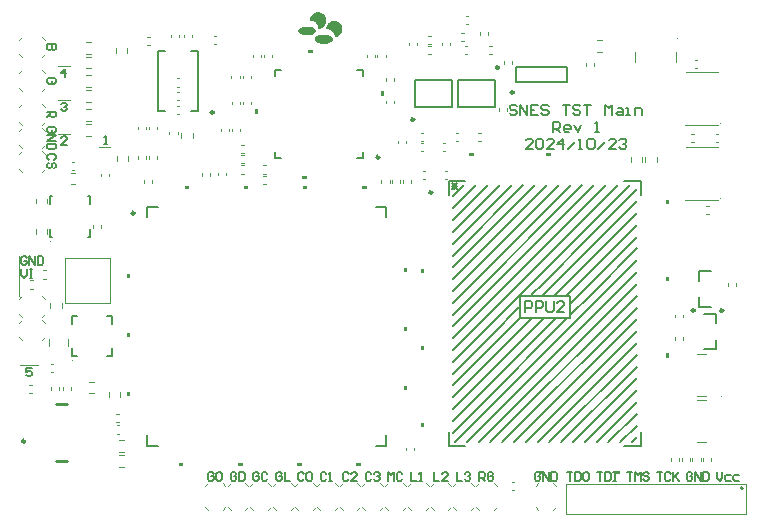
<source format=gto>
G04*
G04 #@! TF.GenerationSoftware,Altium Limited,Altium Designer,22.6.1 (34)*
G04*
G04 Layer_Color=65535*
%FSLAX24Y24*%
%MOIN*%
G70*
G04*
G04 #@! TF.SameCoordinates,BFD713BD-E5D5-4BF8-98F0-1AC20243F701*
G04*
G04*
G04 #@! TF.FilePolarity,Positive*
G04*
G01*
G75*
%ADD10C,0.0098*%
%ADD11C,0.0079*%
%ADD12C,0.0039*%
%ADD13C,0.0100*%
%ADD14C,0.0060*%
%ADD15C,0.0059*%
%ADD16C,0.0020*%
G36*
X10132Y16730D02*
X10133D01*
Y16729D01*
X10134D01*
Y16730D01*
X10135D01*
Y16729D01*
X10155D01*
Y16729D01*
X10156D01*
Y16728D01*
X10160D01*
Y16727D01*
X10165D01*
Y16727D01*
X10168D01*
Y16726D01*
X10175D01*
Y16725D01*
X10176D01*
Y16725D01*
X10181D01*
Y16724D01*
X10184D01*
Y16723D01*
X10185D01*
Y16723D01*
X10190D01*
Y16722D01*
X10190D01*
Y16721D01*
X10196D01*
Y16721D01*
X10196D01*
Y16720D01*
X10200D01*
Y16720D01*
X10203D01*
Y16719D01*
X10203D01*
Y16718D01*
X10209D01*
Y16718D01*
X10209D01*
Y16717D01*
X10211D01*
Y16716D01*
X10212D01*
Y16716D01*
X10213D01*
Y16715D01*
X10216D01*
Y16714D01*
X10217D01*
Y16714D01*
X10220D01*
Y16713D01*
X10222D01*
Y16712D01*
X10222D01*
Y16712D01*
X10226D01*
Y16711D01*
X10226D01*
Y16710D01*
X10229D01*
Y16710D01*
X10229D01*
Y16709D01*
X10233D01*
Y16708D01*
X10234D01*
Y16708D01*
X10235D01*
Y16707D01*
X10237D01*
Y16707D01*
X10237D01*
Y16706D01*
X10239D01*
Y16705D01*
X10240D01*
Y16705D01*
X10241D01*
Y16704D01*
X10243D01*
Y16703D01*
X10244D01*
Y16703D01*
X10246D01*
Y16702D01*
X10246D01*
Y16701D01*
X10248D01*
Y16701D01*
X10250D01*
Y16700D01*
X10250D01*
Y16699D01*
X10252D01*
Y16699D01*
X10253D01*
Y16698D01*
X10256D01*
Y16697D01*
X10256D01*
Y16697D01*
X10257D01*
Y16696D01*
X10259D01*
Y16695D01*
X10259D01*
Y16695D01*
X10261D01*
Y16694D01*
X10262D01*
Y16694D01*
X10263D01*
Y16693D01*
X10263D01*
Y16692D01*
X10265D01*
Y16692D01*
X10267D01*
Y16691D01*
X10267D01*
Y16690D01*
X10269D01*
Y16690D01*
X10270D01*
Y16689D01*
X10271D01*
Y16688D01*
X10271D01*
Y16688D01*
X10272D01*
Y16687D01*
X10274D01*
Y16686D01*
X10274D01*
Y16686D01*
X10276D01*
Y16685D01*
X10276D01*
Y16684D01*
X10278D01*
Y16684D01*
X10279D01*
Y16683D01*
X10280D01*
Y16682D01*
X10282D01*
Y16682D01*
X10282D01*
Y16681D01*
X10283D01*
Y16680D01*
X10284D01*
Y16680D01*
X10284D01*
Y16679D01*
X10285D01*
Y16679D01*
X10285D01*
Y16678D01*
X10287D01*
Y16677D01*
X10288D01*
Y16677D01*
X10289D01*
Y16676D01*
X10290D01*
Y16675D01*
X10291D01*
Y16675D01*
X10291D01*
Y16674D01*
X10292D01*
Y16673D01*
X10293D01*
Y16673D01*
X10295D01*
Y16672D01*
X10295D01*
Y16671D01*
X10296D01*
Y16671D01*
X10297D01*
Y16670D01*
X10297D01*
Y16669D01*
X10298D01*
Y16669D01*
X10299D01*
Y16668D01*
X10300D01*
Y16667D01*
X10301D01*
Y16667D01*
X10302D01*
Y16666D01*
X10302D01*
Y16666D01*
X10303D01*
Y16665D01*
X10304D01*
Y16664D01*
X10304D01*
Y16664D01*
X10305D01*
Y16663D01*
X10306D01*
Y16662D01*
X10307D01*
Y16662D01*
X10308D01*
Y16661D01*
X10308D01*
Y16660D01*
X10309D01*
Y16660D01*
X10310D01*
Y16659D01*
X10310D01*
Y16658D01*
X10311D01*
Y16658D01*
X10312D01*
Y16657D01*
X10312D01*
Y16656D01*
X10313D01*
Y16656D01*
X10315D01*
Y16654D01*
X10315D01*
Y16654D01*
X10316D01*
Y16653D01*
X10317D01*
Y16652D01*
X10318D01*
Y16651D01*
X10319D01*
Y16651D01*
X10320D01*
Y16649D01*
X10321D01*
Y16648D01*
X10323D01*
Y16647D01*
X10323D01*
Y16646D01*
X10324D01*
Y16645D01*
X10325D01*
Y16645D01*
X10325D01*
Y16644D01*
X10326D01*
Y16643D01*
X10326D01*
Y16643D01*
X10327D01*
Y16642D01*
X10328D01*
Y16641D01*
X10328D01*
Y16640D01*
X10329D01*
Y16639D01*
X10330D01*
Y16639D01*
X10330D01*
Y16638D01*
X10331D01*
Y16638D01*
X10332D01*
Y16637D01*
X10332D01*
Y16636D01*
X10333D01*
Y16635D01*
X10334D01*
Y16634D01*
X10334D01*
Y16634D01*
X10335D01*
Y16633D01*
X10336D01*
Y16632D01*
X10336D01*
Y16632D01*
X10337D01*
Y16631D01*
X10338D01*
Y16630D01*
X10338D01*
Y16630D01*
X10339D01*
Y16629D01*
X10339D01*
Y16628D01*
X10340D01*
Y16626D01*
X10341D01*
Y16626D01*
X10341D01*
Y16625D01*
X10342D01*
Y16624D01*
X10343D01*
Y16624D01*
X10343D01*
Y16623D01*
X10344D01*
Y16623D01*
X10345D01*
Y16621D01*
X10345D01*
Y16620D01*
X10346D01*
Y16619D01*
X10347D01*
Y16619D01*
X10347D01*
Y16618D01*
X10348D01*
Y16617D01*
X10349D01*
Y16616D01*
X10349D01*
Y16615D01*
X10350D01*
Y16613D01*
X10351D01*
Y16613D01*
X10351D01*
Y16612D01*
X10352D01*
Y16611D01*
X10353D01*
Y16611D01*
X10353D01*
Y16610D01*
X10354D01*
Y16609D01*
X10354D01*
Y16608D01*
X10355D01*
Y16607D01*
X10356D01*
Y16605D01*
X10356D01*
Y16604D01*
X10357D01*
Y16603D01*
X10358D01*
Y16602D01*
X10358D01*
Y16602D01*
X10359D01*
Y16600D01*
X10360D01*
Y16599D01*
X10360D01*
Y16598D01*
X10361D01*
Y16598D01*
X10362D01*
Y16596D01*
X10362D01*
Y16595D01*
X10363D01*
Y16595D01*
X10364D01*
Y16593D01*
X10364D01*
Y16591D01*
X10365D01*
Y16591D01*
X10366D01*
Y16590D01*
X10366D01*
Y16589D01*
X10367D01*
Y16587D01*
X10367D01*
Y16587D01*
X10368D01*
Y16585D01*
X10369D01*
Y16584D01*
X10369D01*
Y16583D01*
X10370D01*
Y16581D01*
X10371D01*
Y16580D01*
X10371D01*
Y16578D01*
X10372D01*
Y16578D01*
X10373D01*
Y16576D01*
X10373D01*
Y16574D01*
X10374D01*
Y16574D01*
X10375D01*
Y16572D01*
X10375D01*
Y16571D01*
X10376D01*
Y16569D01*
X10377D01*
Y16569D01*
X10377D01*
Y16567D01*
X10378D01*
Y16565D01*
X10379D01*
Y16565D01*
X10379D01*
Y16563D01*
X10380D01*
Y16562D01*
X10381D01*
Y16559D01*
X10381D01*
Y16557D01*
X10382D01*
Y16557D01*
X10382D01*
Y16554D01*
X10383D01*
Y16552D01*
X10384D01*
Y16550D01*
X10384D01*
Y16550D01*
X10385D01*
Y16548D01*
X10386D01*
Y16545D01*
X10386D01*
Y16544D01*
X10387D01*
Y16541D01*
X10388D01*
Y16540D01*
X10388D01*
Y16538D01*
X10389D01*
Y16536D01*
X10390D01*
Y16535D01*
X10390D01*
Y16531D01*
X10391D01*
Y16530D01*
X10392D01*
Y16526D01*
X10392D01*
Y16524D01*
X10393D01*
Y16523D01*
X10394D01*
Y16520D01*
X10394D01*
Y16519D01*
X10395D01*
Y16514D01*
X10395D01*
Y16513D01*
X10396D01*
Y16509D01*
X10397D01*
Y16506D01*
X10397D01*
Y16504D01*
X10398D01*
Y16496D01*
X10399D01*
Y16494D01*
X10399D01*
Y16486D01*
X10400D01*
Y16484D01*
X10401D01*
Y16475D01*
X10401D01*
Y16461D01*
X10402D01*
Y16460D01*
X10403D01*
Y16439D01*
X10402D01*
Y16438D01*
X10401D01*
Y16425D01*
X10401D01*
Y16419D01*
X10400D01*
Y16417D01*
X10399D01*
Y16416D01*
Y16415D01*
Y16409D01*
X10399D01*
Y16408D01*
X10398D01*
Y16402D01*
X10397D01*
Y16401D01*
X10397D01*
Y16397D01*
X10396D01*
Y16393D01*
X10395D01*
Y16392D01*
X10395D01*
Y16386D01*
X10394D01*
Y16385D01*
X10394D01*
Y16382D01*
X10393D01*
Y16379D01*
X10392D01*
Y16378D01*
X10392D01*
Y16375D01*
X10391D01*
Y16374D01*
X10390D01*
Y16369D01*
X10390D01*
Y16368D01*
X10389D01*
Y16367D01*
X10388D01*
Y16363D01*
X10388D01*
Y16363D01*
X10387D01*
Y16360D01*
X10386D01*
Y16358D01*
X10386D01*
Y16357D01*
X10385D01*
Y16356D01*
X10384D01*
Y16355D01*
X10384D01*
Y16352D01*
X10383D01*
Y16352D01*
X10382D01*
Y16348D01*
X10382D01*
Y16348D01*
X10381D01*
Y16347D01*
X10381D01*
Y16345D01*
X10380D01*
Y16344D01*
X10379D01*
Y16342D01*
X10379D01*
Y16341D01*
X10378D01*
Y16338D01*
X10377D01*
Y16337D01*
X10377D01*
Y16336D01*
X10376D01*
Y16334D01*
X10375D01*
Y16334D01*
X10375D01*
Y16331D01*
X10374D01*
Y16330D01*
X10373D01*
Y16330D01*
X10373D01*
Y16328D01*
X10372D01*
Y16327D01*
X10371D01*
Y16324D01*
X10371D01*
Y16324D01*
X10370D01*
Y16322D01*
X10369D01*
Y16321D01*
X10369D01*
Y16320D01*
X10368D01*
Y16319D01*
X10367D01*
Y16318D01*
X10367D01*
Y16316D01*
X10366D01*
Y16315D01*
X10366D01*
Y16314D01*
X10365D01*
Y16312D01*
X10364D01*
Y16311D01*
X10364D01*
Y16311D01*
X10363D01*
Y16310D01*
X10362D01*
Y16308D01*
X10362D01*
Y16307D01*
X10361D01*
Y16307D01*
X10360D01*
Y16306D01*
X10360D01*
Y16305D01*
X10359D01*
Y16303D01*
X10358D01*
Y16302D01*
X10358D01*
Y16302D01*
X10357D01*
Y16301D01*
X10356D01*
Y16300D01*
X10356D01*
Y16298D01*
X10355D01*
Y16298D01*
X10354D01*
Y16297D01*
X10354D01*
Y16296D01*
X10353D01*
Y16295D01*
X10353D01*
Y16293D01*
X10352D01*
Y16292D01*
X10351D01*
Y16292D01*
X10351D01*
Y16291D01*
X10350D01*
Y16290D01*
X10349D01*
Y16289D01*
X10349D01*
Y16288D01*
X10348D01*
Y16287D01*
X10347D01*
Y16287D01*
X10347D01*
Y16286D01*
X10346D01*
Y16285D01*
X10345D01*
Y16284D01*
X10345D01*
Y16283D01*
X10344D01*
Y16282D01*
X10343D01*
Y16281D01*
X10343D01*
Y16281D01*
X10342D01*
Y16280D01*
X10341D01*
Y16279D01*
X10341D01*
Y16278D01*
X10340D01*
Y16278D01*
X10339D01*
Y16277D01*
X10339D01*
Y16276D01*
X10338D01*
Y16274D01*
X10337D01*
Y16273D01*
X10336D01*
Y16272D01*
X10336D01*
Y16272D01*
X10335D01*
Y16271D01*
X10334D01*
Y16270D01*
X10334D01*
Y16270D01*
X10333D01*
Y16269D01*
X10332D01*
Y16268D01*
X10332D01*
Y16268D01*
X10331D01*
Y16267D01*
X10330D01*
Y16266D01*
X10330D01*
Y16266D01*
X10329D01*
Y16264D01*
X10328D01*
Y16263D01*
X10328D01*
Y16263D01*
X10327D01*
Y16262D01*
X10326D01*
Y16261D01*
X10326D01*
Y16261D01*
X10325D01*
Y16260D01*
X10325D01*
Y16259D01*
X10324D01*
Y16259D01*
X10323D01*
Y16258D01*
X10323D01*
Y16257D01*
X10322D01*
Y16257D01*
X10321D01*
Y16256D01*
X10321D01*
Y16255D01*
X10320D01*
Y16255D01*
X10319D01*
Y16254D01*
X10319D01*
Y16253D01*
X10318D01*
Y16253D01*
X10317D01*
Y16252D01*
X10317D01*
Y16251D01*
X10316D01*
Y16251D01*
X10315D01*
Y16250D01*
X10315D01*
Y16250D01*
X10313D01*
Y16249D01*
X10312D01*
Y16248D01*
X10312D01*
Y16248D01*
X10311D01*
Y16247D01*
X10310D01*
Y16246D01*
X10310D01*
Y16246D01*
X10309D01*
Y16245D01*
X10308D01*
Y16244D01*
X10308D01*
Y16244D01*
X10307D01*
Y16243D01*
X10306D01*
Y16242D01*
X10306D01*
Y16242D01*
X10305D01*
Y16241D01*
X10303D01*
Y16240D01*
X10302D01*
Y16240D01*
X10302D01*
Y16239D01*
X10301D01*
Y16238D01*
X10300D01*
Y16238D01*
X10300D01*
Y16237D01*
X10298D01*
Y16237D01*
X10298D01*
Y16236D01*
X10297D01*
Y16235D01*
X10297D01*
Y16235D01*
X10296D01*
Y16234D01*
X10295D01*
Y16233D01*
X10293D01*
Y16233D01*
X10293D01*
Y16232D01*
X10292D01*
Y16231D01*
X10291D01*
Y16231D01*
X10290D01*
Y16230D01*
X10289D01*
Y16229D01*
X10288D01*
Y16229D01*
X10287D01*
Y16228D01*
X10287D01*
Y16227D01*
X10286D01*
Y16227D01*
X10285D01*
Y16226D01*
X10284D01*
Y16225D01*
X10283D01*
Y16225D01*
X10282D01*
Y16224D01*
X10281D01*
Y16223D01*
X10280D01*
Y16223D01*
X10280D01*
Y16222D01*
X10278D01*
Y16222D01*
X10277D01*
Y16221D01*
X10276D01*
Y16220D01*
X10276D01*
Y16220D01*
X10275D01*
Y16219D01*
X10274D01*
Y16218D01*
X10273D01*
Y16218D01*
X10272D01*
Y16217D01*
X10271D01*
Y16216D01*
X10269D01*
Y16216D01*
X10268D01*
Y16215D01*
X10267D01*
Y16214D01*
X10265D01*
Y16214D01*
X10265D01*
Y16213D01*
X10264D01*
Y16212D01*
X10263D01*
Y16212D01*
X10261D01*
Y16211D01*
X10260D01*
Y16210D01*
X10259D01*
Y16210D01*
X10257D01*
Y16209D01*
X10257D01*
Y16209D01*
X10256D01*
Y16208D01*
X10256D01*
Y16207D01*
X10254D01*
Y16207D01*
X10253D01*
Y16206D01*
X10252D01*
Y16205D01*
X10250D01*
Y16205D01*
X10249D01*
Y16204D01*
X10247D01*
Y16203D01*
X10246D01*
Y16203D01*
X10244D01*
Y16202D01*
X10242D01*
Y16201D01*
X10241D01*
Y16201D01*
X10239D01*
Y16200D01*
X10239D01*
Y16199D01*
X10237D01*
Y16199D01*
X10235D01*
Y16198D01*
X10235D01*
Y16197D01*
X10233D01*
Y16197D01*
X10232D01*
Y16196D01*
X10229D01*
Y16195D01*
X10229D01*
Y16195D01*
X10228D01*
Y16194D01*
X10225D01*
Y16194D01*
X10224D01*
Y16193D01*
X10220D01*
Y16192D01*
X10220D01*
Y16192D01*
X10218D01*
Y16191D01*
X10216D01*
Y16190D01*
X10216D01*
Y16190D01*
X10213D01*
Y16189D01*
X10211D01*
Y16188D01*
X10207D01*
Y16188D01*
X10206D01*
Y16187D01*
X10205D01*
Y16186D01*
X10201D01*
Y16186D01*
X10200D01*
Y16185D01*
X10197D01*
Y16184D01*
X10196D01*
Y16184D01*
X10192D01*
Y16183D01*
X10190D01*
Y16182D01*
X10188D01*
Y16182D01*
X10183D01*
Y16181D01*
X10182D01*
Y16181D01*
X10175D01*
Y16180D01*
X10174D01*
Y16179D01*
X10169D01*
Y16179D01*
X10164D01*
Y16178D01*
X10163D01*
Y16177D01*
X10151D01*
Y16177D01*
X10149D01*
Y16176D01*
X10138D01*
Y16175D01*
X10136D01*
Y16185D01*
X10136D01*
Y16186D01*
X10136D01*
Y16188D01*
X10136D01*
Y16189D01*
X10135D01*
Y16209D01*
X10134D01*
Y16212D01*
X10134D01*
Y16216D01*
X10133D01*
Y16221D01*
X10132D01*
Y16222D01*
X10132D01*
Y16231D01*
X10131D01*
Y16232D01*
X10131D01*
Y16237D01*
X10130D01*
Y16238D01*
X10129D01*
Y16240D01*
X10129D01*
Y16244D01*
X10128D01*
Y16245D01*
X10127D01*
Y16250D01*
X10127D01*
Y16251D01*
X10126D01*
Y16253D01*
X10125D01*
Y16257D01*
X10125D01*
Y16257D01*
X10124D01*
Y16261D01*
X10123D01*
Y16262D01*
X10123D01*
Y16265D01*
X10122D01*
Y16266D01*
X10121D01*
Y16267D01*
X10121D01*
Y16270D01*
X10120D01*
Y16272D01*
X10119D01*
Y16274D01*
X10119D01*
Y16276D01*
X10118D01*
Y16277D01*
X10118D01*
Y16279D01*
X10117D01*
Y16279D01*
X10116D01*
Y16283D01*
X10116D01*
Y16284D01*
X10115D01*
Y16286D01*
X10114D01*
Y16288D01*
X10114D01*
Y16289D01*
X10113D01*
Y16291D01*
X10112D01*
Y16291D01*
X10112D01*
Y16293D01*
X10111D01*
Y16294D01*
X10110D01*
Y16295D01*
X10110D01*
Y16297D01*
X10109D01*
Y16298D01*
X10108D01*
Y16300D01*
X10108D01*
Y16301D01*
X10107D01*
Y16302D01*
X10106D01*
Y16304D01*
X10106D01*
Y16305D01*
X10105D01*
Y16307D01*
X10105D01*
Y16307D01*
X10104D01*
Y16309D01*
X10103D01*
Y16310D01*
X10103D01*
Y16311D01*
X10102D01*
Y16313D01*
X10101D01*
Y16314D01*
X10101D01*
Y16315D01*
X10100D01*
Y16315D01*
X10099D01*
Y16317D01*
X10099D01*
Y16318D01*
X10098D01*
Y16319D01*
X10097D01*
Y16320D01*
X10097D01*
Y16321D01*
X10096D01*
Y16322D01*
X10095D01*
Y16323D01*
X10095D01*
Y16324D01*
X10094D01*
Y16326D01*
X10093D01*
Y16326D01*
X10093D01*
Y16328D01*
X10092D01*
Y16329D01*
X10091D01*
Y16330D01*
X10091D01*
Y16330D01*
X10090D01*
Y16332D01*
X10090D01*
Y16334D01*
X10089D01*
Y16334D01*
X10088D01*
Y16335D01*
X10088D01*
Y16335D01*
X10087D01*
Y16336D01*
X10086D01*
Y16338D01*
X10086D01*
Y16339D01*
X10085D01*
Y16339D01*
X10084D01*
Y16340D01*
X10084D01*
Y16341D01*
X10083D01*
Y16341D01*
X10082D01*
Y16342D01*
X10082D01*
Y16344D01*
X10081D01*
Y16345D01*
X10080D01*
Y16345D01*
X10080D01*
Y16346D01*
X10079D01*
Y16347D01*
X10078D01*
Y16348D01*
X10078D01*
Y16348D01*
X10077D01*
Y16350D01*
X10077D01*
Y16350D01*
X10076D01*
Y16352D01*
X10075D01*
Y16352D01*
X10075D01*
Y16353D01*
X10074D01*
Y16354D01*
X10073D01*
Y16354D01*
X10073D01*
Y16356D01*
X10072D01*
Y16357D01*
X10071D01*
Y16358D01*
X10071D01*
Y16358D01*
X10070D01*
Y16359D01*
X10069D01*
Y16360D01*
X10069D01*
Y16360D01*
X10068D01*
Y16361D01*
X10067D01*
Y16361D01*
X10067D01*
Y16362D01*
X10066D01*
Y16363D01*
X10065D01*
Y16363D01*
X10065D01*
Y16365D01*
X10063D01*
Y16366D01*
X10063D01*
Y16367D01*
X10062D01*
Y16367D01*
X10062D01*
Y16368D01*
X10061D01*
Y16369D01*
X10060D01*
Y16369D01*
X10060D01*
Y16370D01*
X10059D01*
Y16371D01*
X10058D01*
Y16371D01*
X10058D01*
Y16372D01*
X10057D01*
Y16373D01*
X10056D01*
Y16373D01*
X10056D01*
Y16374D01*
X10055D01*
Y16375D01*
X10054D01*
Y16375D01*
X10054D01*
Y16376D01*
X10053D01*
Y16376D01*
X10052D01*
Y16377D01*
X10052D01*
Y16378D01*
X10051D01*
Y16378D01*
X10050D01*
Y16379D01*
X10050D01*
Y16380D01*
X10049D01*
Y16380D01*
X10049D01*
Y16381D01*
X10048D01*
Y16382D01*
X10047D01*
Y16382D01*
X10046D01*
Y16384D01*
X10045D01*
Y16384D01*
X10044D01*
Y16385D01*
X10043D01*
Y16386D01*
X10043D01*
Y16386D01*
X10042D01*
Y16387D01*
X10041D01*
Y16388D01*
X10041D01*
Y16388D01*
X10040D01*
Y16389D01*
X10039D01*
Y16389D01*
X10039D01*
Y16390D01*
X10038D01*
Y16391D01*
X10037D01*
Y16391D01*
X10037D01*
Y16392D01*
X10036D01*
Y16393D01*
X10036D01*
Y16393D01*
X10035D01*
Y16394D01*
X10034D01*
Y16395D01*
X10032D01*
Y16395D01*
X10032D01*
Y16396D01*
X10031D01*
Y16397D01*
X10030D01*
Y16397D01*
X10030D01*
Y16398D01*
X10028D01*
Y16399D01*
X10028D01*
Y16399D01*
X10026D01*
Y16401D01*
X10024D01*
Y16401D01*
X10024D01*
Y16402D01*
X10023D01*
Y16403D01*
X10021D01*
Y16403D01*
X10021D01*
Y16404D01*
X10020D01*
Y16404D01*
X10019D01*
Y16405D01*
X10019D01*
Y16406D01*
X10018D01*
Y16406D01*
X10017D01*
Y16407D01*
X10015D01*
Y16408D01*
X10015D01*
Y16408D01*
X10014D01*
Y16409D01*
X10013D01*
Y16410D01*
X10012D01*
Y16410D01*
X10010D01*
Y16411D01*
X10009D01*
Y16412D01*
X10009D01*
Y16412D01*
X10008D01*
Y16413D01*
X10006D01*
Y16414D01*
X10006D01*
Y16414D01*
X10005D01*
Y16415D01*
X10003D01*
Y16416D01*
X10002D01*
Y16416D01*
X10001D01*
Y16417D01*
X10000D01*
Y16417D01*
X9999D01*
Y16418D01*
X9998D01*
Y16419D01*
X9997D01*
Y16419D01*
X9996D01*
Y16420D01*
X9996D01*
Y16421D01*
X9994D01*
Y16421D01*
X9993D01*
Y16422D01*
X9992D01*
Y16423D01*
X9990D01*
Y16423D01*
X9989D01*
Y16424D01*
X9987D01*
Y16425D01*
X9987D01*
Y16425D01*
X9985D01*
Y16426D01*
X9983D01*
Y16427D01*
X9983D01*
Y16427D01*
X9981D01*
Y16428D01*
X9980D01*
Y16429D01*
X9978D01*
Y16429D01*
X9978D01*
Y16430D01*
X9976D01*
Y16430D01*
X9974D01*
Y16431D01*
X9974D01*
Y16432D01*
X9972D01*
Y16432D01*
X9971D01*
Y16433D01*
X9969D01*
Y16434D01*
X9968D01*
Y16434D01*
X9967D01*
Y16435D01*
X9964D01*
Y16436D01*
X9963D01*
Y16436D01*
X9961D01*
Y16437D01*
X9960D01*
Y16438D01*
X9959D01*
Y16438D01*
X9955D01*
Y16439D01*
X9955D01*
Y16440D01*
X9952D01*
Y16440D01*
X9951D01*
Y16441D01*
X9949D01*
Y16442D01*
X9948D01*
Y16442D01*
X9946D01*
Y16443D01*
X9943D01*
Y16444D01*
X9942D01*
Y16444D01*
X9939D01*
Y16445D01*
X9938D01*
Y16445D01*
X9935D01*
Y16446D01*
X9932D01*
Y16447D01*
X9931D01*
Y16447D01*
X9927D01*
Y16448D01*
X9925D01*
Y16449D01*
X9923D01*
Y16449D01*
X9920D01*
Y16450D01*
X9919D01*
Y16451D01*
X9914D01*
Y16451D01*
X9913D01*
Y16452D01*
X9906D01*
Y16453D01*
X9902D01*
Y16453D01*
X9899D01*
Y16454D01*
X9892D01*
Y16455D01*
X9891D01*
Y16455D01*
X9875D01*
Y16456D01*
X9873D01*
Y16455D01*
X9872D01*
Y16456D01*
X9871D01*
Y16457D01*
X9858D01*
Y16457D01*
X9857D01*
Y16457D01*
X9847D01*
Y16466D01*
X9848D01*
Y16478D01*
X9849D01*
Y16485D01*
X9849D01*
Y16491D01*
X9850D01*
Y16492D01*
X9851D01*
Y16500D01*
X9851D01*
Y16501D01*
X9852D01*
Y16505D01*
X9853D01*
Y16511D01*
X9853D01*
Y16511D01*
X9854D01*
Y16516D01*
X9855D01*
Y16517D01*
X9855D01*
Y16520D01*
X9856D01*
Y16522D01*
X9856D01*
Y16524D01*
X9857D01*
Y16527D01*
X9858D01*
Y16528D01*
X9858D01*
Y16533D01*
X9859D01*
Y16534D01*
X9860D01*
Y16535D01*
X9860D01*
Y16536D01*
X9860D01*
Y16537D01*
X9860D01*
Y16539D01*
X9861D01*
Y16539D01*
X9862D01*
Y16542D01*
X9862D01*
Y16544D01*
X9863D01*
Y16546D01*
X9864D01*
Y16548D01*
X9864D01*
Y16548D01*
X9865D01*
Y16551D01*
X9866D01*
Y16552D01*
X9866D01*
Y16555D01*
X9867D01*
Y16556D01*
X9868D01*
Y16557D01*
X9868D01*
Y16560D01*
X9869D01*
Y16561D01*
X9869D01*
Y16563D01*
X9870D01*
Y16564D01*
X9871D01*
Y16566D01*
X9871D01*
Y16567D01*
X9872D01*
Y16568D01*
X9873D01*
Y16570D01*
X9873D01*
Y16570D01*
X9874D01*
Y16572D01*
X9875D01*
Y16573D01*
X9875D01*
Y16575D01*
X9876D01*
Y16576D01*
X9877D01*
Y16577D01*
X9877D01*
Y16579D01*
X9878D01*
Y16580D01*
X9879D01*
Y16582D01*
X9879D01*
Y16583D01*
X9880D01*
Y16584D01*
X9881D01*
Y16585D01*
X9881D01*
Y16586D01*
X9882D01*
Y16588D01*
X9883D01*
Y16589D01*
X9883D01*
Y16590D01*
X9884D01*
Y16591D01*
X9884D01*
Y16592D01*
X9885D01*
Y16593D01*
X9886D01*
Y16594D01*
X9886D01*
Y16596D01*
X9887D01*
Y16596D01*
X9888D01*
Y16597D01*
X9888D01*
Y16599D01*
X9889D01*
Y16600D01*
X9890D01*
Y16600D01*
X9890D01*
Y16601D01*
X9891D01*
Y16603D01*
X9892D01*
Y16604D01*
X9893D01*
Y16606D01*
X9894D01*
Y16606D01*
X9894D01*
Y16608D01*
X9895D01*
Y16609D01*
X9896D01*
Y16610D01*
X9896D01*
Y16610D01*
X9897D01*
Y16611D01*
X9897D01*
Y16613D01*
X9898D01*
Y16613D01*
X9899D01*
Y16614D01*
X9899D01*
Y16615D01*
X9900D01*
Y16615D01*
X9901D01*
Y16617D01*
X9901D01*
Y16617D01*
X9902D01*
Y16619D01*
X9903D01*
Y16620D01*
X9903D01*
Y16621D01*
X9904D01*
Y16621D01*
X9905D01*
Y16622D01*
X9905D01*
Y16623D01*
X9906D01*
Y16623D01*
X9907D01*
Y16624D01*
X9907D01*
Y16626D01*
X9908D01*
Y16626D01*
X9909D01*
Y16627D01*
X9909D01*
Y16628D01*
X9910D01*
Y16628D01*
X9911D01*
Y16629D01*
X9911D01*
Y16630D01*
X9912D01*
Y16632D01*
X9912D01*
Y16632D01*
X9913D01*
Y16633D01*
X9914D01*
Y16634D01*
X9914D01*
Y16634D01*
X9915D01*
Y16635D01*
X9916D01*
Y16636D01*
X9916D01*
Y16636D01*
X9917D01*
Y16637D01*
X9918D01*
Y16638D01*
X9918D01*
Y16639D01*
X9920D01*
Y16640D01*
X9920D01*
Y16641D01*
X9921D01*
Y16641D01*
X9922D01*
Y16642D01*
X9922D01*
Y16643D01*
X9923D01*
Y16643D01*
X9924D01*
Y16644D01*
X9924D01*
Y16645D01*
X9925D01*
Y16645D01*
X9925D01*
Y16647D01*
X9926D01*
Y16647D01*
X9927D01*
Y16648D01*
X9927D01*
Y16649D01*
X9928D01*
Y16649D01*
X9929D01*
Y16650D01*
X9929D01*
Y16651D01*
X9930D01*
Y16651D01*
X9931D01*
Y16652D01*
X9931D01*
Y16652D01*
X9933D01*
Y16653D01*
X9933D01*
Y16654D01*
X9934D01*
Y16654D01*
X9935D01*
Y16655D01*
X9935D01*
Y16656D01*
X9936D01*
Y16656D01*
X9937D01*
Y16657D01*
X9938D01*
Y16658D01*
X9938D01*
Y16658D01*
X9939D01*
Y16659D01*
X9940D01*
Y16660D01*
X9940D01*
Y16660D01*
X9941D01*
Y16661D01*
X9942D01*
Y16662D01*
X9942D01*
Y16662D01*
X9943D01*
Y16663D01*
X9944D01*
Y16664D01*
X9944D01*
Y16664D01*
X9945D01*
Y16665D01*
X9946D01*
Y16666D01*
X9947D01*
Y16666D01*
X9948D01*
Y16667D01*
X9949D01*
Y16667D01*
X9950D01*
Y16668D01*
X9950D01*
Y16669D01*
X9951D01*
Y16669D01*
X9952D01*
Y16670D01*
X9952D01*
Y16671D01*
X9953D01*
Y16671D01*
X9955D01*
Y16672D01*
X9955D01*
Y16673D01*
X9956D01*
Y16673D01*
X9957D01*
Y16674D01*
X9957D01*
Y16675D01*
X9959D01*
Y16676D01*
X9961D01*
Y16677D01*
X9961D01*
Y16677D01*
X9963D01*
Y16678D01*
X9963D01*
Y16679D01*
X9964D01*
Y16679D01*
X9965D01*
Y16680D01*
X9965D01*
Y16680D01*
X9966D01*
Y16681D01*
X9968D01*
Y16682D01*
X9968D01*
Y16682D01*
X9969D01*
Y16683D01*
X9970D01*
Y16684D01*
X9972D01*
Y16684D01*
X9972D01*
Y16685D01*
X9974D01*
Y16686D01*
X9974D01*
Y16686D01*
X9975D01*
Y16687D01*
X9977D01*
Y16688D01*
X9978D01*
Y16688D01*
X9979D01*
Y16689D01*
X9980D01*
Y16690D01*
X9981D01*
Y16690D01*
X9983D01*
Y16691D01*
X9983D01*
Y16692D01*
X9985D01*
Y16692D01*
X9985D01*
Y16693D01*
X9986D01*
Y16694D01*
X9988D01*
Y16694D01*
X9989D01*
Y16695D01*
X9991D01*
Y16695D01*
X9991D01*
Y16696D01*
X9992D01*
Y16697D01*
X9993D01*
Y16697D01*
X9994D01*
Y16698D01*
X9996D01*
Y16699D01*
X9996D01*
Y16699D01*
X9998D01*
Y16700D01*
X9999D01*
Y16701D01*
X10001D01*
Y16701D01*
X10002D01*
Y16702D01*
X10003D01*
Y16703D01*
X10006D01*
Y16703D01*
X10007D01*
Y16704D01*
X10008D01*
Y16705D01*
X10009D01*
Y16705D01*
X10011D01*
Y16706D01*
X10013D01*
Y16707D01*
X10013D01*
Y16707D01*
X10015D01*
Y16708D01*
X10016D01*
Y16708D01*
X10017D01*
Y16709D01*
X10019D01*
Y16710D01*
X10020D01*
Y16710D01*
X10024D01*
Y16711D01*
X10024D01*
Y16712D01*
X10026D01*
Y16712D01*
X10028D01*
Y16713D01*
X10030D01*
Y16714D01*
X10033D01*
Y16714D01*
X10034D01*
Y16715D01*
X10036D01*
Y16716D01*
X10037D01*
Y16716D01*
X10038D01*
Y16717D01*
X10041D01*
Y16718D01*
X10042D01*
Y16718D01*
X10047D01*
Y16719D01*
X10048D01*
Y16720D01*
X10051D01*
Y16720D01*
X10052D01*
Y16721D01*
X10053D01*
Y16721D01*
X10058D01*
Y16722D01*
X10059D01*
Y16723D01*
X10063D01*
Y16723D01*
X10065D01*
Y16724D01*
X10066D01*
Y16725D01*
X10071D01*
Y16725D01*
X10072D01*
Y16726D01*
X10081D01*
Y16727D01*
X10082D01*
Y16727D01*
X10089D01*
Y16728D01*
X10093D01*
Y16729D01*
X10095D01*
Y16729D01*
X10095D01*
Y16729D01*
X10096D01*
Y16729D01*
X10115D01*
Y16730D01*
X10116D01*
Y16729D01*
X10117D01*
Y16730D01*
X10118D01*
Y16731D01*
X10132D01*
Y16730D01*
D02*
G37*
G36*
X9789Y16255D02*
X9790D01*
Y16255D01*
X9791D01*
Y16254D01*
X9792D01*
Y16255D01*
X9796D01*
Y16254D01*
X9812D01*
Y16253D01*
X9813D01*
Y16253D01*
X9826D01*
Y16252D01*
X9827D01*
Y16251D01*
X9834D01*
Y16251D01*
X9840D01*
Y16250D01*
X9841D01*
Y16250D01*
X9849D01*
Y16249D01*
X9850D01*
Y16248D01*
X9858D01*
Y16248D01*
X9859D01*
Y16247D01*
X9860D01*
Y16246D01*
X9861D01*
Y16247D01*
X9862D01*
Y16246D01*
X9867D01*
Y16246D01*
X9868D01*
Y16245D01*
X9874D01*
Y16244D01*
X9875D01*
Y16244D01*
X9879D01*
Y16243D01*
X9883D01*
Y16242D01*
X9883D01*
Y16242D01*
X9888D01*
Y16241D01*
X9889D01*
Y16240D01*
X9894D01*
Y16240D01*
X9895D01*
Y16239D01*
X9896D01*
Y16238D01*
X9901D01*
Y16238D01*
X9901D01*
Y16237D01*
X9905D01*
Y16237D01*
X9906D01*
Y16236D01*
X9909D01*
Y16235D01*
X9912D01*
Y16235D01*
X9912D01*
Y16234D01*
X9916D01*
Y16233D01*
X9917D01*
Y16233D01*
X9921D01*
Y16232D01*
X9922D01*
Y16231D01*
X9922D01*
Y16231D01*
X9926D01*
Y16230D01*
X9927D01*
Y16229D01*
X9930D01*
Y16229D01*
X9931D01*
Y16228D01*
X9934D01*
Y16227D01*
X9935D01*
Y16227D01*
X9936D01*
Y16226D01*
X9938D01*
Y16225D01*
X9939D01*
Y16225D01*
X9942D01*
Y16224D01*
X9943D01*
Y16223D01*
X9944D01*
Y16223D01*
X9946D01*
Y16222D01*
X9947D01*
Y16222D01*
X9950D01*
Y16221D01*
X9950D01*
Y16220D01*
X9953D01*
Y16220D01*
X9954D01*
Y16219D01*
X9955D01*
Y16218D01*
X9957D01*
Y16217D01*
X9960D01*
Y16216D01*
X9961D01*
Y16216D01*
X9962D01*
Y16215D01*
X9963D01*
Y16214D01*
X9964D01*
Y16214D01*
X9966D01*
Y16213D01*
X9967D01*
Y16212D01*
X9969D01*
Y16212D01*
X9970D01*
Y16211D01*
X9970D01*
Y16210D01*
X9973D01*
Y16210D01*
X9974D01*
Y16209D01*
X9976D01*
Y16209D01*
X9976D01*
Y16208D01*
X9977D01*
Y16207D01*
X9979D01*
Y16207D01*
X9980D01*
Y16206D01*
X9982D01*
Y16205D01*
X9983D01*
Y16204D01*
X9984D01*
Y16203D01*
X9985D01*
Y16203D01*
X9987D01*
Y16202D01*
X9987D01*
Y16201D01*
X9988D01*
Y16201D01*
X9989D01*
Y16200D01*
X9991D01*
Y16199D01*
X9992D01*
Y16198D01*
X9994D01*
Y16197D01*
X9995D01*
Y16197D01*
X9996D01*
Y16196D01*
X9996D01*
Y16195D01*
X9997D01*
Y16195D01*
X9998D01*
Y16194D01*
X9998D01*
Y16194D01*
X10000D01*
Y16193D01*
X10001D01*
Y16192D01*
X10002D01*
Y16192D01*
X10002D01*
Y16191D01*
X10003D01*
Y16190D01*
X10006D01*
Y16189D01*
X10006D01*
Y16188D01*
X10007D01*
Y16187D01*
X10009D01*
Y16186D01*
X10009D01*
Y16186D01*
X10010D01*
Y16185D01*
X10011D01*
Y16184D01*
X10011D01*
Y16184D01*
X10013D01*
Y16183D01*
X10014D01*
Y16182D01*
X10015D01*
Y16182D01*
X10015D01*
Y16181D01*
X10016D01*
Y16181D01*
X10017D01*
Y16180D01*
X10017D01*
Y16179D01*
X10018D01*
Y16179D01*
X10019D01*
Y16178D01*
X10019D01*
Y16177D01*
X10020D01*
Y16177D01*
X10021D01*
Y16176D01*
X10021D01*
Y16175D01*
X10022D01*
Y16175D01*
X10022D01*
Y16174D01*
X10023D01*
Y16173D01*
X10024D01*
Y16173D01*
X10024D01*
Y16172D01*
X10025D01*
Y16171D01*
X10026D01*
Y16171D01*
X10026D01*
Y16170D01*
X10027D01*
Y16169D01*
X10028D01*
Y16169D01*
X10028D01*
Y16168D01*
X10029D01*
Y16168D01*
X10030D01*
Y16167D01*
X10030D01*
Y16166D01*
X10031D01*
Y16164D01*
X10032D01*
Y16164D01*
X10032D01*
Y16163D01*
X10033D01*
Y16162D01*
X10034D01*
Y16162D01*
X10034D01*
Y16161D01*
X10035D01*
Y16160D01*
X10036D01*
Y16158D01*
X10036D01*
Y16158D01*
X10037D01*
Y16156D01*
X10037D01*
Y16156D01*
X10038D01*
Y16155D01*
X10039D01*
Y16154D01*
X10039D01*
Y16154D01*
X10040D01*
Y16152D01*
X10041D01*
Y16151D01*
X10041D01*
Y16151D01*
X10042D01*
Y16149D01*
X10043D01*
Y16148D01*
X10043D01*
Y16145D01*
X10044D01*
Y16145D01*
X10045D01*
Y16143D01*
X10045D01*
Y16142D01*
X10046D01*
Y16141D01*
X10047D01*
Y16139D01*
X10047D01*
Y16138D01*
X10048D01*
Y16136D01*
X10049D01*
Y16136D01*
X10049D01*
Y16134D01*
X10050D01*
Y16130D01*
X10050D01*
Y16129D01*
X10051D01*
Y16124D01*
X10052D01*
Y16123D01*
X10052D01*
Y16118D01*
X10053D01*
Y16112D01*
X10054D01*
Y16112D01*
X10054D01*
Y16110D01*
X10054D01*
Y16109D01*
X10054D01*
Y16108D01*
X10054D01*
Y16107D01*
X10054D01*
Y16105D01*
X10054D01*
Y16104D01*
X10053D01*
Y16098D01*
X10052D01*
Y16093D01*
X10052D01*
Y16093D01*
X10051D01*
Y16087D01*
X10050D01*
Y16087D01*
X10050D01*
Y16082D01*
X10049D01*
Y16081D01*
X10049D01*
Y16080D01*
X10048D01*
Y16078D01*
X10047D01*
Y16077D01*
X10047D01*
Y16075D01*
X10046D01*
Y16074D01*
X10045D01*
Y16072D01*
X10045D01*
Y16071D01*
X10044D01*
Y16071D01*
X10043D01*
Y16069D01*
X10043D01*
Y16068D01*
X10042D01*
Y16066D01*
X10041D01*
Y16065D01*
X10041D01*
Y16065D01*
X10040D01*
Y16062D01*
X10039D01*
Y16061D01*
X10039D01*
Y16061D01*
X10038D01*
Y16060D01*
X10037D01*
Y16059D01*
X10037D01*
Y16057D01*
X10036D01*
Y16057D01*
X10036D01*
Y16056D01*
X10035D01*
Y16056D01*
X10034D01*
Y16055D01*
X10034D01*
Y16054D01*
X10033D01*
Y16054D01*
X10032D01*
Y16052D01*
X10032D01*
Y16052D01*
X10031D01*
Y16050D01*
X10030D01*
Y16049D01*
X10029D01*
Y16048D01*
X10028D01*
Y16046D01*
X10027D01*
Y16046D01*
X10026D01*
Y16045D01*
X10026D01*
Y16044D01*
X10025D01*
Y16044D01*
X10024D01*
Y16043D01*
X10024D01*
Y16043D01*
X10023D01*
Y16042D01*
X10022D01*
Y16041D01*
X10022D01*
Y16041D01*
X10021D01*
Y16040D01*
X10021D01*
Y16039D01*
X10020D01*
Y16039D01*
X10019D01*
Y16038D01*
X10019D01*
Y16037D01*
X10018D01*
Y16037D01*
X10017D01*
Y16035D01*
X10015D01*
Y16034D01*
X10014D01*
Y16033D01*
X10013D01*
Y16032D01*
X10011D01*
Y16031D01*
X10011D01*
Y16031D01*
X10009D01*
Y16030D01*
X10009D01*
Y16029D01*
X10008D01*
Y16029D01*
X10007D01*
Y16028D01*
X10007D01*
Y16028D01*
X10006D01*
Y16027D01*
X10006D01*
Y16026D01*
X10005D01*
Y16026D01*
X10003D01*
Y16025D01*
X10002D01*
Y16024D01*
X10002D01*
Y16024D01*
X10001D01*
Y16023D01*
X10000D01*
Y16022D01*
X10000D01*
Y16022D01*
X9999D01*
Y16021D01*
X9996D01*
Y16020D01*
X9995D01*
Y16019D01*
X9994D01*
Y16018D01*
X9994D01*
Y16018D01*
X9992D01*
Y16017D01*
X9991D01*
Y16016D01*
X9991D01*
Y16016D01*
X9990D01*
Y16015D01*
X9988D01*
Y16015D01*
X9987D01*
Y16014D01*
X9987D01*
Y16013D01*
X9984D01*
Y16013D01*
X9983D01*
Y16012D01*
X9983D01*
Y16011D01*
X9982D01*
Y16011D01*
X9981D01*
Y16010D01*
X9980D01*
Y16009D01*
X9979D01*
Y16009D01*
X9976D01*
Y16007D01*
X9974D01*
Y16007D01*
X9973D01*
Y16006D01*
X9972D01*
Y16005D01*
X9970D01*
Y16005D01*
X9970D01*
Y16004D01*
X9968D01*
Y16003D01*
X9967D01*
Y16003D01*
X9966D01*
Y16002D01*
X9964D01*
Y16001D01*
X9963D01*
Y16001D01*
X9961D01*
Y16000D01*
X9961D01*
Y16000D01*
X9959D01*
Y15999D01*
X9957D01*
Y15998D01*
X9957D01*
Y15998D01*
X9955D01*
Y15997D01*
X9954D01*
Y15996D01*
X9952D01*
Y15996D01*
X9951D01*
Y15995D01*
X9950D01*
Y15994D01*
X9947D01*
Y15994D01*
X9946D01*
Y15993D01*
X9944D01*
Y15992D01*
X9943D01*
Y15992D01*
X9940D01*
Y15991D01*
X9938D01*
Y15990D01*
X9938D01*
Y15990D01*
X9936D01*
Y15989D01*
X9935D01*
Y15988D01*
X9931D01*
Y15988D01*
X9931D01*
Y15987D01*
X9929D01*
Y15987D01*
X9926D01*
Y15986D01*
X9925D01*
Y15985D01*
X9922D01*
Y15985D01*
X9922D01*
Y15984D01*
X9918D01*
Y15983D01*
X9917D01*
Y15983D01*
X9916D01*
Y15982D01*
X9912D01*
Y15981D01*
X9912D01*
Y15981D01*
X9907D01*
Y15980D01*
X9906D01*
Y15979D01*
X9905D01*
Y15979D01*
X9901D01*
Y15978D01*
X9901D01*
Y15977D01*
X9896D01*
Y15977D01*
X9895D01*
Y15976D01*
X9891D01*
Y15975D01*
X9890D01*
Y15976D01*
X9890D01*
Y15975D01*
X9889D01*
Y15975D01*
X9888D01*
Y15974D01*
X9883D01*
Y15974D01*
X9882D01*
Y15973D01*
X9875D01*
Y15972D01*
X9875D01*
Y15972D01*
X9871D01*
Y15971D01*
X9867D01*
Y15970D01*
X9866D01*
Y15970D01*
X9860D01*
Y15969D01*
X9859D01*
Y15968D01*
X9852D01*
Y15968D01*
X9851D01*
Y15967D01*
X9847D01*
Y15966D01*
X9840D01*
Y15966D01*
X9840D01*
Y15965D01*
X9828D01*
Y15964D01*
X9828D01*
Y15964D01*
X9821D01*
Y15963D01*
X9812D01*
Y15962D01*
X9812D01*
Y15962D01*
X9791D01*
Y15961D01*
X9790D01*
Y15960D01*
X9732D01*
Y15961D01*
X9731D01*
Y15962D01*
X9711D01*
Y15962D01*
X9710D01*
Y15963D01*
X9701D01*
Y15964D01*
X9695D01*
Y15964D01*
X9694D01*
Y15965D01*
X9683D01*
Y15966D01*
X9682D01*
Y15966D01*
X9675D01*
Y15967D01*
X9671D01*
Y15968D01*
X9670D01*
Y15968D01*
X9664D01*
Y15969D01*
X9663D01*
Y15970D01*
X9656D01*
Y15970D01*
X9655D01*
Y15971D01*
X9651D01*
Y15972D01*
X9648D01*
Y15972D01*
X9647D01*
Y15973D01*
X9640D01*
Y15974D01*
X9640D01*
Y15974D01*
X9634D01*
Y15975D01*
X9634D01*
Y15975D01*
X9631D01*
Y15976D01*
X9628D01*
Y15977D01*
X9627D01*
Y15977D01*
X9622D01*
Y15978D01*
X9621D01*
Y15979D01*
X9618D01*
Y15979D01*
X9616D01*
Y15980D01*
X9616D01*
Y15981D01*
X9610D01*
Y15981D01*
X9610D01*
Y15982D01*
X9607D01*
Y15983D01*
X9606D01*
Y15983D01*
X9605D01*
Y15984D01*
X9601D01*
Y15985D01*
X9601D01*
Y15985D01*
X9597D01*
Y15986D01*
X9596D01*
Y15987D01*
X9593D01*
Y15987D01*
X9592D01*
Y15988D01*
X9591D01*
Y15988D01*
X9587D01*
Y15990D01*
X9584D01*
Y15990D01*
X9584D01*
Y15991D01*
X9582D01*
Y15992D01*
X9579D01*
Y15992D01*
X9579D01*
Y15993D01*
X9577D01*
Y15994D01*
X9576D01*
Y15994D01*
X9573D01*
Y15995D01*
X9571D01*
Y15996D01*
X9571D01*
Y15996D01*
X9569D01*
Y15997D01*
X9568D01*
Y15998D01*
X9565D01*
Y15998D01*
X9565D01*
Y15999D01*
X9564D01*
Y16000D01*
X9562D01*
Y16000D01*
X9562D01*
Y16001D01*
X9559D01*
Y16001D01*
X9558D01*
Y16002D01*
X9556D01*
Y16003D01*
X9556D01*
Y16003D01*
X9555D01*
Y16004D01*
X9552D01*
Y16005D01*
X9552D01*
Y16005D01*
X9550D01*
Y16006D01*
X9549D01*
Y16007D01*
X9548D01*
Y16007D01*
X9547D01*
Y16008D01*
X9546D01*
Y16009D01*
X9543D01*
Y16009D01*
X9543D01*
Y16010D01*
X9541D01*
Y16011D01*
X9540D01*
Y16011D01*
X9539D01*
Y16012D01*
X9539D01*
Y16013D01*
X9538D01*
Y16013D01*
X9536D01*
Y16014D01*
X9536D01*
Y16015D01*
X9534D01*
Y16015D01*
X9532D01*
Y16016D01*
X9531D01*
Y16017D01*
X9530D01*
Y16018D01*
X9529D01*
Y16018D01*
X9528D01*
Y16019D01*
X9527D01*
Y16020D01*
X9526D01*
Y16020D01*
X9526D01*
Y16021D01*
X9524D01*
Y16022D01*
X9523D01*
Y16022D01*
X9523D01*
Y16023D01*
X9521D01*
Y16024D01*
X9520D01*
Y16025D01*
X9519D01*
Y16026D01*
X9518D01*
Y16026D01*
X9517D01*
Y16027D01*
X9516D01*
Y16028D01*
X9515D01*
Y16028D01*
X9515D01*
Y16029D01*
X9514D01*
Y16029D01*
X9513D01*
Y16030D01*
X9513D01*
Y16031D01*
X9512D01*
Y16031D01*
X9511D01*
Y16032D01*
X9510D01*
Y16033D01*
X9509D01*
Y16033D01*
X9508D01*
Y16034D01*
X9508D01*
Y16035D01*
X9507D01*
Y16035D01*
X9506D01*
Y16036D01*
X9506D01*
Y16037D01*
X9505D01*
Y16037D01*
X9504D01*
Y16038D01*
X9504D01*
Y16039D01*
X9503D01*
Y16039D01*
X9502D01*
Y16040D01*
X9502D01*
Y16041D01*
X9501D01*
Y16041D01*
X9500D01*
Y16042D01*
X9500D01*
Y16043D01*
X9499D01*
Y16043D01*
X9498D01*
Y16044D01*
X9498D01*
Y16044D01*
X9497D01*
Y16045D01*
X9496D01*
Y16046D01*
X9496D01*
Y16046D01*
X9495D01*
Y16047D01*
X9495D01*
Y16048D01*
X9494D01*
Y16048D01*
X9493D01*
Y16049D01*
X9493D01*
Y16050D01*
X9492D01*
Y16050D01*
X9491D01*
Y16052D01*
X9491D01*
Y16053D01*
X9490D01*
Y16054D01*
X9489D01*
Y16054D01*
X9489D01*
Y16055D01*
X9488D01*
Y16056D01*
X9487D01*
Y16056D01*
X9487D01*
Y16057D01*
X9486D01*
Y16057D01*
X9485D01*
Y16059D01*
X9485D01*
Y16060D01*
X9484D01*
Y16061D01*
X9483D01*
Y16062D01*
X9483D01*
Y16063D01*
X9482D01*
Y16065D01*
X9482D01*
Y16065D01*
X9481D01*
Y16067D01*
X9480D01*
Y16068D01*
X9480D01*
Y16069D01*
X9479D01*
Y16071D01*
X9478D01*
Y16071D01*
X9478D01*
Y16074D01*
X9477D01*
Y16074D01*
X9476D01*
Y16075D01*
X9476D01*
Y16077D01*
X9475D01*
Y16078D01*
X9474D01*
Y16080D01*
X9474D01*
Y16081D01*
X9473D01*
Y16084D01*
X9472D01*
Y16087D01*
X9472D01*
Y16087D01*
X9471D01*
Y16093D01*
X9470D01*
Y16093D01*
X9470D01*
Y16101D01*
X9469D01*
Y16102D01*
X9470D01*
Y16103D01*
X9469D01*
Y16104D01*
X9468D01*
Y16109D01*
X9469D01*
Y16110D01*
X9470D01*
Y16111D01*
X9469D01*
Y16113D01*
X9470D01*
Y16123D01*
X9470D01*
Y16123D01*
X9471D01*
Y16128D01*
X9472D01*
Y16130D01*
X9472D01*
Y16130D01*
X9473D01*
Y16134D01*
X9474D01*
Y16134D01*
X9474D01*
Y16138D01*
X9475D01*
Y16139D01*
X9476D01*
Y16141D01*
X9476D01*
Y16142D01*
X9477D01*
Y16143D01*
X9478D01*
Y16145D01*
X9478D01*
Y16145D01*
X9479D01*
Y16147D01*
X9480D01*
Y16148D01*
X9480D01*
Y16149D01*
X9481D01*
Y16151D01*
X9482D01*
Y16153D01*
X9483D01*
Y16153D01*
X9483D01*
Y16155D01*
X9484D01*
Y16156D01*
X9485D01*
Y16156D01*
X9485D01*
Y16157D01*
X9486D01*
Y16158D01*
X9487D01*
Y16160D01*
X9487D01*
Y16160D01*
X9488D01*
Y16161D01*
X9489D01*
Y16162D01*
X9489D01*
Y16162D01*
X9490D01*
Y16164D01*
X9491D01*
Y16164D01*
X9491D01*
Y16166D01*
X9492D01*
Y16167D01*
X9493D01*
Y16168D01*
X9495D01*
Y16169D01*
X9495D01*
Y16170D01*
X9496D01*
Y16171D01*
X9496D01*
Y16171D01*
X9497D01*
Y16172D01*
X9498D01*
Y16173D01*
X9498D01*
Y16173D01*
X9499D01*
Y16174D01*
X9500D01*
Y16175D01*
X9500D01*
Y16175D01*
X9501D01*
Y16176D01*
X9502D01*
Y16177D01*
X9502D01*
Y16177D01*
X9503D01*
Y16178D01*
X9504D01*
Y16179D01*
X9504D01*
Y16179D01*
X9506D01*
Y16181D01*
X9506D01*
Y16181D01*
X9508D01*
Y16182D01*
X9510D01*
Y16183D01*
X9510D01*
Y16184D01*
X9511D01*
Y16184D01*
X9511D01*
Y16185D01*
X9512D01*
Y16186D01*
X9513D01*
Y16186D01*
X9514D01*
Y16187D01*
X9515D01*
Y16188D01*
X9515D01*
Y16188D01*
X9516D01*
Y16189D01*
X9517D01*
Y16190D01*
X9517D01*
Y16190D01*
X9519D01*
Y16191D01*
X9520D01*
Y16192D01*
X9521D01*
Y16192D01*
X9521D01*
Y16193D01*
X9522D01*
Y16194D01*
X9524D01*
Y16194D01*
X9524D01*
Y16195D01*
X9525D01*
Y16195D01*
X9526D01*
Y16196D01*
X9527D01*
Y16197D01*
X9528D01*
Y16197D01*
X9528D01*
Y16198D01*
X9530D01*
Y16199D01*
X9531D01*
Y16199D01*
X9532D01*
Y16200D01*
X9534D01*
Y16201D01*
X9534D01*
Y16201D01*
X9535D01*
Y16202D01*
X9536D01*
Y16203D01*
X9538D01*
Y16204D01*
X9539D01*
Y16205D01*
X9541D01*
Y16205D01*
X9542D01*
Y16206D01*
X9543D01*
Y16207D01*
X9543D01*
Y16207D01*
X9545D01*
Y16208D01*
X9546D01*
Y16209D01*
X9547D01*
Y16209D01*
X9549D01*
Y16210D01*
X9550D01*
Y16210D01*
X9552D01*
Y16211D01*
X9552D01*
Y16212D01*
X9553D01*
Y16212D01*
X9556D01*
Y16214D01*
X9558D01*
Y16214D01*
X9559D01*
Y16215D01*
X9561D01*
Y16216D01*
X9562D01*
Y16216D01*
X9562D01*
Y16217D01*
X9565D01*
Y16218D01*
X9565D01*
Y16218D01*
X9567D01*
Y16219D01*
X9568D01*
Y16220D01*
X9569D01*
Y16220D01*
X9573D01*
Y16221D01*
X9573D01*
Y16222D01*
X9575D01*
Y16222D01*
X9576D01*
Y16223D01*
X9579D01*
Y16223D01*
X9579D01*
Y16224D01*
X9580D01*
Y16225D01*
X9584D01*
Y16225D01*
X9584D01*
Y16226D01*
X9588D01*
Y16227D01*
X9588D01*
Y16227D01*
X9590D01*
Y16228D01*
X9592D01*
Y16229D01*
X9592D01*
Y16229D01*
X9596D01*
Y16230D01*
X9597D01*
Y16231D01*
X9600D01*
Y16231D01*
X9601D01*
Y16232D01*
X9602D01*
Y16233D01*
X9605D01*
Y16233D01*
X9606D01*
Y16234D01*
X9610D01*
Y16235D01*
X9610D01*
Y16235D01*
X9613D01*
Y16236D01*
X9616D01*
Y16237D01*
X9617D01*
Y16237D01*
X9621D01*
Y16238D01*
X9621D01*
Y16238D01*
X9627D01*
Y16239D01*
X9627D01*
Y16240D01*
X9629D01*
Y16240D01*
X9633D01*
Y16241D01*
X9634D01*
Y16242D01*
X9639D01*
Y16242D01*
X9640D01*
Y16243D01*
X9644D01*
Y16244D01*
X9648D01*
Y16244D01*
X9648D01*
Y16245D01*
X9655D01*
Y16246D01*
X9656D01*
Y16246D01*
X9660D01*
Y16247D01*
X9663D01*
Y16248D01*
X9664D01*
Y16248D01*
X9672D01*
Y16249D01*
X9673D01*
Y16250D01*
X9681D01*
Y16250D01*
X9682D01*
Y16250D01*
X9683D01*
Y16250D01*
X9684D01*
Y16251D01*
X9688D01*
Y16251D01*
X9694D01*
Y16252D01*
X9695D01*
Y16253D01*
X9710D01*
Y16253D01*
X9711D01*
Y16254D01*
X9724D01*
Y16255D01*
X9733D01*
Y16255D01*
X9735D01*
Y16256D01*
X9736D01*
Y16255D01*
X9738D01*
Y16256D01*
X9780D01*
Y16255D01*
X9788D01*
Y16256D01*
X9789D01*
Y16255D01*
D02*
G37*
G36*
X10347Y15988D02*
X10348D01*
Y15987D01*
X10369D01*
Y15986D01*
X10371D01*
Y15985D01*
X10371D01*
Y15986D01*
X10379D01*
Y15985D01*
X10385D01*
Y15985D01*
X10386D01*
Y15984D01*
X10397D01*
Y15983D01*
X10398D01*
Y15983D01*
X10408D01*
Y15982D01*
X10409D01*
Y15981D01*
X10409D01*
Y15981D01*
X10418D01*
Y15980D01*
X10418D01*
Y15979D01*
X10425D01*
Y15979D01*
X10426D01*
Y15978D01*
X10427D01*
Y15977D01*
X10427D01*
Y15978D01*
X10430D01*
Y15977D01*
X10431D01*
Y15978D01*
X10433D01*
Y15977D01*
X10434D01*
Y15976D01*
X10441D01*
Y15975D01*
X10442D01*
Y15975D01*
X10447D01*
Y15974D01*
X10448D01*
Y15974D01*
X10448D01*
Y15973D01*
X10454D01*
Y15972D01*
X10460D01*
Y15971D01*
X10461D01*
Y15970D01*
X10461D01*
Y15970D01*
X10462D01*
Y15970D01*
X10463D01*
Y15970D01*
X10464D01*
Y15970D01*
X10465D01*
Y15970D01*
X10466D01*
Y15969D01*
X10467D01*
Y15968D01*
X10471D01*
Y15967D01*
X10477D01*
Y15966D01*
X10478D01*
Y15966D01*
X10478D01*
Y15965D01*
X10482D01*
Y15964D01*
X10487D01*
Y15962D01*
X10488D01*
Y15962D01*
X10489D01*
Y15962D01*
X10491D01*
Y15962D01*
X10491D01*
Y15961D01*
X10492D01*
Y15960D01*
X10496D01*
Y15960D01*
X10496D01*
Y15959D01*
X10499D01*
Y15958D01*
X10500D01*
Y15957D01*
X10504D01*
Y15957D01*
X10504D01*
Y15956D01*
X10508D01*
Y15955D01*
X10509D01*
Y15955D01*
X10509D01*
Y15954D01*
X10510D01*
Y15955D01*
X10511D01*
Y15954D01*
X10511D01*
Y15953D01*
X10512D01*
Y15953D01*
X10515D01*
Y15952D01*
X10515D01*
Y15951D01*
X10519D01*
Y15951D01*
X10520D01*
Y15949D01*
X10522D01*
Y15949D01*
X10523D01*
Y15948D01*
X10526D01*
Y15947D01*
X10528D01*
Y15946D01*
X10529D01*
Y15946D01*
X10530D01*
Y15945D01*
X10532D01*
Y15944D01*
X10532D01*
Y15944D01*
X10535D01*
Y15943D01*
X10535D01*
Y15942D01*
X10538D01*
Y15941D01*
X10539D01*
Y15940D01*
X10541D01*
Y15939D01*
X10544D01*
Y15938D01*
X10545D01*
Y15938D01*
X10545D01*
Y15937D01*
X10547D01*
Y15936D01*
X10548D01*
Y15936D01*
X10548D01*
Y15935D01*
X10549D01*
Y15934D01*
X10550D01*
Y15934D01*
X10552D01*
Y15933D01*
X10555D01*
Y15932D01*
X10556D01*
Y15931D01*
X10556D01*
Y15931D01*
X10557D01*
Y15930D01*
X10558D01*
Y15929D01*
X10560D01*
Y15928D01*
X10561D01*
Y15927D01*
X10562D01*
Y15926D01*
X10565D01*
Y15925D01*
X10565D01*
Y15925D01*
X10566D01*
Y15924D01*
X10567D01*
Y15923D01*
X10569D01*
Y15923D01*
X10569D01*
Y15922D01*
X10570D01*
Y15921D01*
X10571D01*
Y15921D01*
X10571D01*
Y15920D01*
X10574D01*
Y15919D01*
X10575D01*
Y15918D01*
X10576D01*
Y15917D01*
X10577D01*
Y15916D01*
X10578D01*
Y15916D01*
X10578D01*
Y15915D01*
X10579D01*
Y15914D01*
X10582D01*
Y15913D01*
X10582D01*
Y15912D01*
X10583D01*
Y15912D01*
X10584D01*
Y15911D01*
X10584D01*
Y15910D01*
X10585D01*
Y15910D01*
X10586D01*
Y15909D01*
X10586D01*
Y15908D01*
X10587D01*
Y15908D01*
X10588D01*
Y15907D01*
X10588D01*
Y15906D01*
X10589D01*
Y15906D01*
X10589D01*
Y15905D01*
X10590D01*
Y15905D01*
X10591D01*
Y15904D01*
X10591D01*
Y15903D01*
X10592D01*
Y15903D01*
X10593D01*
Y15902D01*
X10593D01*
Y15901D01*
X10594D01*
Y15901D01*
X10595D01*
Y15900D01*
X10595D01*
Y15899D01*
X10596D01*
Y15899D01*
X10597D01*
Y15898D01*
X10597D01*
Y15897D01*
X10598D01*
Y15897D01*
X10599D01*
Y15896D01*
X10599D01*
Y15895D01*
X10600D01*
Y15895D01*
X10601D01*
Y15893D01*
X10601D01*
Y15892D01*
X10602D01*
Y15891D01*
X10603D01*
Y15890D01*
X10604D01*
Y15889D01*
X10605D01*
Y15888D01*
X10606D01*
Y15886D01*
X10606D01*
Y15885D01*
X10607D01*
Y15884D01*
X10608D01*
Y15884D01*
X10608D01*
Y15883D01*
X10609D01*
Y15882D01*
X10610D01*
Y15882D01*
X10610D01*
Y15880D01*
X10611D01*
Y15879D01*
X10612D01*
Y15877D01*
X10612D01*
Y15876D01*
X10613D01*
Y15875D01*
X10614D01*
Y15873D01*
X10614D01*
Y15873D01*
X10615D01*
Y15870D01*
X10616D01*
Y15867D01*
X10617D01*
Y15867D01*
X10617D01*
Y15866D01*
X10618D01*
Y15864D01*
X10619D01*
Y15863D01*
X10619D01*
Y15860D01*
X10620D01*
Y15859D01*
X10621D01*
Y15858D01*
X10621D01*
Y15856D01*
X10621D01*
Y15856D01*
X10621D01*
Y15855D01*
Y15854D01*
X10622D01*
Y15854D01*
X10623D01*
Y15847D01*
X10624D01*
Y15820D01*
X10623D01*
Y15814D01*
X10622D01*
Y15813D01*
X10621D01*
Y15813D01*
X10621D01*
Y15812D01*
X10621D01*
Y15808D01*
X10621D01*
Y15808D01*
X10620D01*
Y15807D01*
X10619D01*
Y15804D01*
X10618D01*
Y15800D01*
X10617D01*
Y15800D01*
X10617D01*
Y15799D01*
X10616D01*
Y15796D01*
X10615D01*
Y15794D01*
X10614D01*
Y15793D01*
X10614D01*
Y15791D01*
X10613D01*
Y15791D01*
X10612D01*
Y15790D01*
X10612D01*
Y15789D01*
X10610D01*
Y15786D01*
X10610D01*
Y15785D01*
X10609D01*
Y15785D01*
X10608D01*
Y15783D01*
X10608D01*
Y15782D01*
X10607D01*
Y15781D01*
X10606D01*
Y15781D01*
X10606D01*
Y15780D01*
X10605D01*
Y15780D01*
X10604D01*
Y15779D01*
X10604D01*
Y15776D01*
X10603D01*
Y15775D01*
X10602D01*
Y15774D01*
X10601D01*
Y15774D01*
X10601D01*
Y15773D01*
X10600D01*
Y15772D01*
X10599D01*
Y15772D01*
X10599D01*
Y15771D01*
X10598D01*
Y15770D01*
X10597D01*
Y15770D01*
X10597D01*
Y15769D01*
X10596D01*
Y15768D01*
X10595D01*
Y15768D01*
X10595D01*
Y15766D01*
X10594D01*
Y15765D01*
X10593D01*
Y15765D01*
X10593D01*
Y15764D01*
X10592D01*
Y15763D01*
X10591D01*
Y15763D01*
X10591D01*
Y15762D01*
X10590D01*
Y15761D01*
X10589D01*
Y15761D01*
X10587D01*
Y15759D01*
X10586D01*
Y15759D01*
X10586D01*
Y15758D01*
X10585D01*
Y15757D01*
X10584D01*
Y15757D01*
X10584D01*
Y15756D01*
X10583D01*
Y15755D01*
X10582D01*
Y15755D01*
X10582D01*
Y15754D01*
X10581D01*
Y15753D01*
X10580D01*
Y15753D01*
X10579D01*
Y15752D01*
X10578D01*
Y15751D01*
X10576D01*
Y15750D01*
X10575D01*
Y15750D01*
X10575D01*
Y15749D01*
X10574D01*
Y15748D01*
X10573D01*
Y15748D01*
X10573D01*
Y15747D01*
X10572D01*
Y15746D01*
X10571D01*
Y15746D01*
X10571D01*
Y15745D01*
X10569D01*
Y15744D01*
X10568D01*
Y15744D01*
X10567D01*
Y15743D01*
X10567D01*
Y15742D01*
X10566D01*
Y15742D01*
X10563D01*
Y15740D01*
X10562D01*
Y15740D01*
X10561D01*
Y15739D01*
X10559D01*
Y15738D01*
X10558D01*
Y15737D01*
X10558D01*
Y15737D01*
X10557D01*
Y15736D01*
X10556D01*
Y15735D01*
X10554D01*
Y15735D01*
X10554D01*
Y15734D01*
X10551D01*
Y15733D01*
X10550D01*
Y15733D01*
X10550D01*
Y15732D01*
X10549D01*
Y15731D01*
X10548D01*
Y15731D01*
X10547D01*
Y15730D01*
X10546D01*
Y15729D01*
X10543D01*
Y15728D01*
X10543D01*
Y15727D01*
X10540D01*
Y15727D01*
X10539D01*
Y15726D01*
X10537D01*
Y15725D01*
X10534D01*
Y15724D01*
X10533D01*
Y15723D01*
X10531D01*
Y15722D01*
X10530D01*
Y15722D01*
X10528D01*
Y15720D01*
X10527D01*
Y15720D01*
X10524D01*
Y15719D01*
X10524D01*
Y15718D01*
X10521D01*
Y15717D01*
X10519D01*
Y15716D01*
X10518D01*
Y15716D01*
X10517D01*
Y15715D01*
X10513D01*
Y15714D01*
X10511D01*
Y15713D01*
X10510D01*
Y15712D01*
X10509D01*
Y15712D01*
X10506D01*
Y15711D01*
X10503D01*
Y15710D01*
X10502D01*
Y15709D01*
X10498D01*
Y15709D01*
X10498D01*
Y15708D01*
X10497D01*
Y15707D01*
X10493D01*
Y15706D01*
X10491D01*
Y15705D01*
X10490D01*
Y15705D01*
X10489D01*
Y15704D01*
X10487D01*
Y15705D01*
X10487D01*
Y15704D01*
X10485D01*
Y15703D01*
X10485D01*
Y15703D01*
X10479D01*
Y15702D01*
X10479D01*
Y15701D01*
X10478D01*
Y15701D01*
X10477D01*
Y15701D01*
X10475D01*
Y15701D01*
X10474D01*
Y15700D01*
X10474D01*
Y15699D01*
X10470D01*
Y15699D01*
X10469D01*
Y15698D01*
X10464D01*
Y15697D01*
X10463D01*
Y15697D01*
X10463D01*
Y15696D01*
X10457D01*
Y15696D01*
X10457D01*
Y15695D01*
X10453D01*
Y15694D01*
X10452D01*
Y15694D01*
X10446D01*
Y15693D01*
X10445D01*
Y15692D01*
X10444D01*
Y15692D01*
X10438D01*
Y15691D01*
X10438D01*
Y15690D01*
X10431D01*
Y15690D01*
X10431D01*
Y15689D01*
X10429D01*
Y15688D01*
X10423D01*
Y15688D01*
X10422D01*
Y15687D01*
X10414D01*
Y15686D01*
X10413D01*
Y15686D01*
X10405D01*
Y15685D01*
X10404D01*
Y15684D01*
X10403D01*
Y15684D01*
X10392D01*
Y15683D01*
X10391D01*
Y15683D01*
X10379D01*
Y15681D01*
X10378D01*
Y15681D01*
X10377D01*
Y15681D01*
X10375D01*
Y15681D01*
X10360D01*
Y15680D01*
X10360D01*
Y15679D01*
X10319D01*
Y15679D01*
X10318D01*
Y15678D01*
X10316D01*
Y15679D01*
X10274D01*
Y15680D01*
X10274D01*
Y15681D01*
X10259D01*
Y15681D01*
X10258D01*
Y15681D01*
X10256D01*
Y15681D01*
X10256D01*
Y15682D01*
X10255D01*
Y15683D01*
X10243D01*
Y15683D01*
X10243D01*
Y15684D01*
X10231D01*
Y15684D01*
X10230D01*
Y15686D01*
X10221D01*
Y15687D01*
X10212D01*
Y15688D01*
X10205D01*
Y15689D01*
X10204D01*
Y15690D01*
X10203D01*
Y15690D01*
X10196D01*
Y15691D01*
X10196D01*
Y15692D01*
X10190D01*
Y15692D01*
X10190D01*
Y15693D01*
X10189D01*
Y15694D01*
X10182D01*
Y15695D01*
X10177D01*
Y15696D01*
X10172D01*
Y15697D01*
X10171D01*
Y15698D01*
X10165D01*
Y15699D01*
X10164D01*
Y15699D01*
X10160D01*
Y15700D01*
X10160D01*
Y15701D01*
X10159D01*
Y15701D01*
X10155D01*
Y15703D01*
X10149D01*
Y15704D01*
X10148D01*
Y15705D01*
X10147D01*
Y15704D01*
X10146D01*
Y15705D01*
X10145D01*
Y15705D01*
X10144D01*
Y15706D01*
X10142D01*
Y15707D01*
X10141D01*
Y15707D01*
X10137D01*
Y15708D01*
X10136D01*
Y15709D01*
X10136D01*
Y15709D01*
X10132D01*
Y15710D01*
X10132D01*
Y15711D01*
X10129D01*
Y15711D01*
X10129D01*
Y15712D01*
X10125D01*
Y15712D01*
X10124D01*
Y15714D01*
X10121D01*
Y15714D01*
X10121D01*
Y15715D01*
X10117D01*
Y15716D01*
X10116D01*
Y15716D01*
X10116D01*
Y15717D01*
X10114D01*
Y15718D01*
X10113D01*
Y15718D01*
X10110D01*
Y15720D01*
X10108D01*
Y15720D01*
X10107D01*
Y15721D01*
X10106D01*
Y15722D01*
X10104D01*
Y15723D01*
X10101D01*
Y15724D01*
X10101D01*
Y15724D01*
X10100D01*
Y15725D01*
X10098D01*
Y15725D01*
X10097D01*
Y15726D01*
X10095D01*
Y15727D01*
X10092D01*
Y15728D01*
X10091D01*
Y15729D01*
X10091D01*
Y15729D01*
X10089D01*
Y15730D01*
X10088D01*
Y15731D01*
X10086D01*
Y15731D01*
X10085D01*
Y15732D01*
X10084D01*
Y15733D01*
X10084D01*
Y15733D01*
X10083D01*
Y15734D01*
X10081D01*
Y15735D01*
X10080D01*
Y15735D01*
X10080D01*
Y15736D01*
X10079D01*
Y15737D01*
X10078D01*
Y15737D01*
X10076D01*
Y15739D01*
X10073D01*
Y15739D01*
X10073D01*
Y15740D01*
X10072D01*
Y15740D01*
X10071D01*
Y15741D01*
X10071D01*
Y15742D01*
X10069D01*
Y15742D01*
X10068D01*
Y15743D01*
X10067D01*
Y15744D01*
X10067D01*
Y15744D01*
X10066D01*
Y15745D01*
X10065D01*
Y15746D01*
X10062D01*
Y15747D01*
X10062D01*
Y15748D01*
X10061D01*
Y15748D01*
X10060D01*
Y15749D01*
X10060D01*
Y15750D01*
X10059D01*
Y15750D01*
X10058D01*
Y15751D01*
X10056D01*
Y15752D01*
X10056D01*
Y15752D01*
X10055D01*
Y15753D01*
X10054D01*
Y15753D01*
X10054D01*
Y15754D01*
X10053D01*
Y15755D01*
X10052D01*
Y15755D01*
X10052D01*
Y15756D01*
X10051D01*
Y15757D01*
X10050D01*
Y15757D01*
X10050D01*
Y15758D01*
X10049D01*
Y15759D01*
X10049D01*
Y15759D01*
X10048D01*
Y15760D01*
X10047D01*
Y15761D01*
X10047D01*
Y15761D01*
X10046D01*
Y15762D01*
X10045D01*
Y15763D01*
X10045D01*
Y15763D01*
X10044D01*
Y15764D01*
X10043D01*
Y15765D01*
X10043D01*
Y15765D01*
X10042D01*
Y15766D01*
X10041D01*
Y15767D01*
X10041D01*
Y15767D01*
X10040D01*
Y15768D01*
X10039D01*
Y15768D01*
X10039D01*
Y15769D01*
X10038D01*
Y15770D01*
X10037D01*
Y15770D01*
X10037D01*
Y15771D01*
X10036D01*
Y15772D01*
X10036D01*
Y15772D01*
X10035D01*
Y15773D01*
X10034D01*
Y15774D01*
X10034D01*
Y15774D01*
X10033D01*
Y15775D01*
X10032D01*
Y15776D01*
X10032D01*
Y15776D01*
X10031D01*
Y15777D01*
X10030D01*
Y15779D01*
X10030D01*
Y15780D01*
X10029D01*
Y15780D01*
X10028D01*
Y15781D01*
X10028D01*
Y15783D01*
X10027D01*
Y15784D01*
X10026D01*
Y15785D01*
X10026D01*
Y15785D01*
X10025D01*
Y15786D01*
X10024D01*
Y15788D01*
X10024D01*
Y15789D01*
X10023D01*
Y15789D01*
X10022D01*
Y15792D01*
X10021D01*
Y15793D01*
X10020D01*
Y15796D01*
X10019D01*
Y15796D01*
X10019D01*
Y15797D01*
X10018D01*
Y15801D01*
X10017D01*
Y15804D01*
X10016D01*
Y15804D01*
X10015D01*
Y15805D01*
X10015D01*
Y15809D01*
X10014D01*
Y15809D01*
X10013D01*
Y15815D01*
X10013D01*
Y15815D01*
X10012D01*
Y15820D01*
X10011D01*
Y15821D01*
X10012D01*
Y15822D01*
X10011D01*
Y15823D01*
X10011D01*
Y15824D01*
X10010D01*
Y15843D01*
X10011D01*
Y15843D01*
X10011D01*
Y15844D01*
X10012D01*
Y15846D01*
X10011D01*
Y15847D01*
X10012D01*
Y15852D01*
X10013D01*
Y15853D01*
X10013D01*
Y15857D01*
X10014D01*
Y15858D01*
X10015D01*
Y15862D01*
X10015D01*
Y15862D01*
X10016D01*
Y15863D01*
X10017D01*
Y15867D01*
X10018D01*
Y15869D01*
X10019D01*
Y15870D01*
X10019D01*
Y15871D01*
X10020D01*
Y15873D01*
X10021D01*
Y15876D01*
X10022D01*
Y15877D01*
X10022D01*
Y15878D01*
X10023D01*
Y15879D01*
X10024D01*
Y15880D01*
X10024D01*
Y15880D01*
X10025D01*
Y15881D01*
X10026D01*
Y15884D01*
X10026D01*
Y15884D01*
X10027D01*
Y15885D01*
X10028D01*
Y15886D01*
X10029D01*
Y15888D01*
X10030D01*
Y15889D01*
X10030D01*
Y15890D01*
X10031D01*
Y15890D01*
X10032D01*
Y15891D01*
X10032D01*
Y15891D01*
X10033D01*
Y15892D01*
X10034D01*
Y15893D01*
X10034D01*
Y15893D01*
X10035D01*
Y15894D01*
X10036D01*
Y15895D01*
X10036D01*
Y15895D01*
X10037D01*
Y15898D01*
X10038D01*
Y15899D01*
X10039D01*
Y15899D01*
X10039D01*
Y15900D01*
X10040D01*
Y15901D01*
X10041D01*
Y15901D01*
X10041D01*
Y15902D01*
X10042D01*
Y15903D01*
X10043D01*
Y15903D01*
X10043D01*
Y15904D01*
X10044D01*
Y15905D01*
X10045D01*
Y15905D01*
X10045D01*
Y15906D01*
X10046D01*
Y15906D01*
X10047D01*
Y15907D01*
X10047D01*
Y15908D01*
X10048D01*
Y15908D01*
X10049D01*
Y15909D01*
X10049D01*
Y15910D01*
X10050D01*
Y15910D01*
X10052D01*
Y15911D01*
X10052D01*
Y15912D01*
X10053D01*
Y15912D01*
X10054D01*
Y15913D01*
X10054D01*
Y15914D01*
X10055D01*
Y15914D01*
X10056D01*
Y15915D01*
X10056D01*
Y15916D01*
X10057D01*
Y15916D01*
X10058D01*
Y15917D01*
X10058D01*
Y15918D01*
X10059D01*
Y15918D01*
X10061D01*
Y15919D01*
X10062D01*
Y15919D01*
X10062D01*
Y15920D01*
X10063D01*
Y15921D01*
X10063D01*
Y15921D01*
X10065D01*
Y15923D01*
X10066D01*
Y15923D01*
X10068D01*
Y15924D01*
X10069D01*
Y15925D01*
X10069D01*
Y15925D01*
X10070D01*
Y15926D01*
X10072D01*
Y15927D01*
X10073D01*
Y15927D01*
X10073D01*
Y15928D01*
X10074D01*
Y15929D01*
X10075D01*
Y15929D01*
X10077D01*
Y15931D01*
X10078D01*
Y15931D01*
X10079D01*
Y15933D01*
X10082D01*
Y15933D01*
X10082D01*
Y15934D01*
X10084D01*
Y15934D01*
X10085D01*
Y15935D01*
X10086D01*
Y15936D01*
X10087D01*
Y15937D01*
X10090D01*
Y15938D01*
X10090D01*
Y15938D01*
X10091D01*
Y15939D01*
X10091D01*
Y15938D01*
X10092D01*
Y15939D01*
X10093D01*
Y15940D01*
X10093D01*
Y15940D01*
X10096D01*
Y15942D01*
X10099D01*
Y15942D01*
X10099D01*
Y15943D01*
X10100D01*
Y15944D01*
X10102D01*
Y15944D01*
X10103D01*
Y15945D01*
X10105D01*
Y15946D01*
X10106D01*
Y15946D01*
X10106D01*
Y15947D01*
X10108D01*
Y15947D01*
X10109D01*
Y15948D01*
X10112D01*
Y15949D01*
X10114D01*
Y15950D01*
X10115D01*
Y15951D01*
X10116D01*
Y15951D01*
X10119D01*
Y15952D01*
X10120D01*
Y15953D01*
X10122D01*
Y15953D01*
X10123D01*
Y15954D01*
X10123D01*
Y15955D01*
X10125D01*
Y15954D01*
X10126D01*
Y15955D01*
X10127D01*
Y15955D01*
X10128D01*
Y15956D01*
X10131D01*
Y15957D01*
X10134D01*
Y15958D01*
X10135D01*
Y15959D01*
X10136D01*
Y15959D01*
X10138D01*
Y15960D01*
X10143D01*
Y15962D01*
X10144D01*
Y15962D01*
X10146D01*
Y15962D01*
X10147D01*
Y15962D01*
X10147D01*
Y15963D01*
X10148D01*
Y15964D01*
X10152D01*
Y15964D01*
X10153D01*
Y15965D01*
X10157D01*
Y15966D01*
X10157D01*
Y15966D01*
X10158D01*
Y15967D01*
X10163D01*
Y15968D01*
X10164D01*
Y15968D01*
X10168D01*
Y15969D01*
X10168D01*
Y15970D01*
X10169D01*
Y15970D01*
X10170D01*
Y15970D01*
X10171D01*
Y15970D01*
X10172D01*
Y15970D01*
X10174D01*
Y15970D01*
X10174D01*
Y15971D01*
X10175D01*
Y15972D01*
X10180D01*
Y15972D01*
X10181D01*
Y15973D01*
X10186D01*
Y15974D01*
X10187D01*
Y15974D01*
X10187D01*
Y15975D01*
X10193D01*
Y15976D01*
X10200D01*
Y15977D01*
X10201D01*
Y15977D01*
X10202D01*
Y15978D01*
X10203D01*
Y15977D01*
X10204D01*
Y15978D01*
X10207D01*
Y15977D01*
X10207D01*
Y15978D01*
X10209D01*
Y15979D01*
X10209D01*
Y15979D01*
X10216D01*
Y15980D01*
X10216D01*
Y15981D01*
X10225D01*
Y15981D01*
X10226D01*
Y15982D01*
X10226D01*
Y15983D01*
X10237D01*
Y15983D01*
X10237D01*
Y15984D01*
X10249D01*
Y15985D01*
X10250D01*
Y15986D01*
X10251D01*
Y15985D01*
X10257D01*
Y15986D01*
X10263D01*
Y15985D01*
X10264D01*
Y15986D01*
X10265D01*
Y15987D01*
X10265D01*
Y15987D01*
X10286D01*
Y15988D01*
X10287D01*
Y15988D01*
X10347D01*
Y15988D01*
D02*
G37*
G36*
X10681Y16440D02*
X10696D01*
Y16440D01*
X10699D01*
Y16439D01*
X10703D01*
Y16438D01*
X10707D01*
Y16438D01*
X10711D01*
Y16437D01*
X10716D01*
Y16436D01*
X10719D01*
Y16436D01*
X10723D01*
Y16435D01*
X10725D01*
Y16434D01*
X10727D01*
Y16434D01*
X10729D01*
Y16433D01*
X10732D01*
Y16432D01*
X10735D01*
Y16432D01*
X10737D01*
Y16431D01*
X10740D01*
Y16430D01*
X10742D01*
Y16430D01*
X10744D01*
Y16429D01*
X10748D01*
Y16429D01*
X10748D01*
Y16428D01*
X10751D01*
Y16427D01*
X10752D01*
Y16427D01*
X10754D01*
Y16426D01*
X10756D01*
Y16425D01*
X10758D01*
Y16425D01*
X10760D01*
Y16424D01*
X10761D01*
Y16423D01*
X10764D01*
Y16423D01*
X10765D01*
Y16422D01*
X10767D01*
Y16421D01*
X10769D01*
Y16421D01*
X10770D01*
Y16420D01*
X10772D01*
Y16419D01*
X10773D01*
Y16419D01*
X10775D01*
Y16418D01*
X10776D01*
Y16417D01*
X10778D01*
Y16417D01*
X10779D01*
Y16416D01*
X10780D01*
Y16416D01*
X10782D01*
Y16415D01*
X10783D01*
Y16414D01*
X10784D01*
Y16414D01*
X10785D01*
Y16413D01*
X10787D01*
Y16412D01*
X10788D01*
Y16412D01*
X10789D01*
Y16411D01*
X10791D01*
Y16410D01*
X10793D01*
Y16410D01*
X10794D01*
Y16409D01*
X10795D01*
Y16408D01*
X10796D01*
Y16408D01*
X10797D01*
Y16407D01*
X10798D01*
Y16406D01*
X10799D01*
Y16406D01*
X10800D01*
Y16405D01*
X10801D01*
Y16404D01*
X10802D01*
Y16404D01*
X10804D01*
Y16403D01*
X10805D01*
Y16403D01*
X10806D01*
Y16402D01*
X10807D01*
Y16401D01*
X10808D01*
Y16401D01*
X10809D01*
Y16400D01*
X10810D01*
Y16399D01*
X10811D01*
Y16399D01*
X10812D01*
Y16398D01*
X10813D01*
Y16397D01*
X10814D01*
Y16397D01*
X10816D01*
Y16396D01*
X10817D01*
Y16395D01*
X10817D01*
Y16395D01*
X10818D01*
Y16394D01*
X10819D01*
Y16393D01*
X10820D01*
Y16393D01*
X10821D01*
Y16392D01*
X10822D01*
Y16391D01*
X10823D01*
Y16391D01*
X10823D01*
Y16390D01*
X10824D01*
Y16389D01*
X10825D01*
Y16389D01*
X10826D01*
Y16388D01*
X10827D01*
Y16388D01*
X10828D01*
Y16387D01*
X10829D01*
Y16386D01*
X10830D01*
Y16386D01*
X10830D01*
Y16385D01*
X10831D01*
Y16384D01*
X10832D01*
Y16384D01*
X10833D01*
Y16383D01*
X10834D01*
Y16382D01*
X10835D01*
Y16382D01*
X10836D01*
Y16381D01*
X10836D01*
Y16380D01*
X10838D01*
Y16380D01*
X10838D01*
Y16379D01*
X10839D01*
Y16378D01*
X10839D01*
Y16378D01*
X10840D01*
Y16377D01*
X10841D01*
Y16376D01*
X10842D01*
Y16376D01*
X10843D01*
Y16375D01*
X10843D01*
Y16375D01*
X10844D01*
Y16374D01*
X10845D01*
Y16373D01*
X10845D01*
Y16373D01*
X10846D01*
Y16372D01*
X10847D01*
Y16371D01*
X10848D01*
Y16371D01*
X10849D01*
Y16370D01*
X10849D01*
Y16369D01*
X10850D01*
Y16369D01*
X10851D01*
Y16368D01*
X10851D01*
Y16367D01*
X10852D01*
Y16367D01*
X10852D01*
Y16366D01*
X10853D01*
Y16365D01*
X10854D01*
Y16365D01*
X10854D01*
Y16364D01*
X10855D01*
Y16363D01*
X10856D01*
Y16363D01*
X10856D01*
Y16362D01*
X10857D01*
Y16361D01*
X10858D01*
Y16361D01*
X10858D01*
Y16360D01*
X10859D01*
Y16360D01*
X10860D01*
Y16359D01*
X10860D01*
Y16358D01*
X10861D01*
Y16358D01*
X10862D01*
Y16357D01*
X10862D01*
Y16356D01*
X10863D01*
Y16355D01*
X10864D01*
Y16354D01*
X10864D01*
Y16354D01*
X10865D01*
Y16353D01*
X10865D01*
Y16352D01*
X10866D01*
Y16352D01*
X10867D01*
Y16351D01*
X10867D01*
Y16350D01*
X10868D01*
Y16350D01*
X10869D01*
Y16349D01*
X10869D01*
Y16348D01*
X10870D01*
Y16348D01*
X10871D01*
Y16347D01*
X10871D01*
Y16346D01*
X10872D01*
Y16345D01*
X10873D01*
Y16345D01*
X10873D01*
Y16344D01*
X10874D01*
Y16343D01*
X10875D01*
Y16343D01*
X10875D01*
Y16341D01*
X10876D01*
Y16341D01*
X10877D01*
Y16340D01*
X10877D01*
Y16339D01*
X10878D01*
Y16338D01*
X10879D01*
Y16337D01*
X10879D01*
Y16336D01*
X10880D01*
Y16335D01*
X10880D01*
Y16335D01*
X10881D01*
Y16334D01*
X10882D01*
Y16333D01*
X10882D01*
Y16332D01*
X10883D01*
Y16331D01*
X10884D01*
Y16330D01*
X10884D01*
Y16330D01*
X10885D01*
Y16328D01*
X10886D01*
Y16328D01*
X10886D01*
Y16327D01*
X10887D01*
Y16326D01*
X10888D01*
Y16325D01*
X10888D01*
Y16324D01*
X10889D01*
Y16323D01*
X10890D01*
Y16322D01*
X10890D01*
Y16322D01*
X10891D01*
Y16321D01*
X10892D01*
Y16319D01*
X10892D01*
Y16319D01*
X10893D01*
Y16317D01*
X10893D01*
Y16316D01*
X10894D01*
Y16315D01*
X10895D01*
Y16314D01*
X10895D01*
Y16313D01*
X10896D01*
Y16311D01*
X10897D01*
Y16311D01*
X10897D01*
Y16309D01*
X10898D01*
Y16308D01*
X10899D01*
Y16307D01*
X10899D01*
Y16306D01*
X10900D01*
Y16305D01*
X10901D01*
Y16304D01*
X10901D01*
Y16303D01*
X10902D01*
Y16302D01*
X10903D01*
Y16300D01*
X10903D01*
Y16300D01*
X10904D01*
Y16298D01*
X10905D01*
Y16297D01*
X10905D01*
Y16296D01*
X10906D01*
Y16294D01*
X10907D01*
Y16293D01*
X10907D01*
Y16291D01*
X10908D01*
Y16291D01*
X10908D01*
Y16289D01*
X10909D01*
Y16287D01*
X10910D01*
Y16287D01*
X10910D01*
Y16285D01*
X10911D01*
Y16284D01*
X10912D01*
Y16282D01*
X10912D01*
Y16281D01*
X10913D01*
Y16280D01*
X10914D01*
Y16278D01*
X10914D01*
Y16278D01*
X10915D01*
Y16276D01*
X10916D01*
Y16274D01*
X10916D01*
Y16272D01*
X10917D01*
Y16270D01*
X10918D01*
Y16269D01*
X10918D01*
Y16266D01*
X10919D01*
Y16265D01*
X10920D01*
Y16263D01*
X10920D01*
Y16261D01*
X10921D01*
Y16260D01*
X10921D01*
Y16257D01*
X10922D01*
Y16256D01*
X10923D01*
Y16254D01*
X10923D01*
Y16253D01*
X10924D01*
Y16250D01*
X10925D01*
Y16248D01*
X10925D01*
Y16246D01*
X10926D01*
Y16242D01*
X10927D01*
Y16240D01*
X10927D01*
Y16238D01*
X10928D01*
Y16235D01*
X10929D01*
Y16233D01*
X10929D01*
Y16230D01*
X10930D01*
Y16228D01*
X10931D01*
Y16224D01*
X10931D01*
Y16220D01*
X10932D01*
Y16215D01*
X10933D01*
Y16211D01*
X10933D01*
Y16207D01*
X10934D01*
Y16202D01*
X10934D01*
Y16199D01*
X10935D01*
Y16183D01*
X10936D01*
Y16173D01*
X10936D01*
Y16168D01*
X10936D01*
Y16154D01*
X10935D01*
Y16143D01*
X10934D01*
Y16140D01*
X10934D01*
Y16134D01*
X10933D01*
Y16130D01*
X10933D01*
Y16126D01*
X10932D01*
Y16121D01*
X10931D01*
Y16119D01*
X10931D01*
Y16114D01*
X10930D01*
Y16112D01*
X10929D01*
Y16109D01*
X10929D01*
Y16106D01*
X10928D01*
Y16104D01*
X10927D01*
Y16101D01*
X10927D01*
Y16099D01*
X10926D01*
Y16096D01*
X10925D01*
Y16094D01*
X10925D01*
Y16092D01*
X10924D01*
Y16090D01*
X10923D01*
Y16088D01*
X10923D01*
Y16085D01*
X10922D01*
Y16084D01*
X10921D01*
Y16082D01*
X10921D01*
Y16080D01*
X10920D01*
Y16078D01*
X10920D01*
Y16076D01*
X10919D01*
Y16075D01*
X10918D01*
Y16073D01*
X10918D01*
Y16071D01*
X10917D01*
Y16070D01*
X10916D01*
Y16068D01*
X10916D01*
Y16067D01*
X10915D01*
Y16065D01*
X10914D01*
Y16063D01*
X10914D01*
Y16062D01*
X10913D01*
Y16060D01*
X10912D01*
Y16059D01*
X10912D01*
Y16057D01*
X10911D01*
Y16056D01*
X10910D01*
Y16055D01*
X10910D01*
Y16054D01*
X10909D01*
Y16052D01*
X10908D01*
Y16051D01*
X10908D01*
Y16050D01*
X10907D01*
Y16048D01*
X10907D01*
Y16047D01*
X10906D01*
Y16046D01*
X10905D01*
Y16044D01*
X10905D01*
Y16043D01*
X10904D01*
Y16042D01*
X10903D01*
Y16041D01*
X10903D01*
Y16039D01*
X10902D01*
Y16039D01*
X10901D01*
Y16037D01*
X10901D01*
Y16037D01*
X10900D01*
Y16035D01*
X10899D01*
Y16034D01*
X10899D01*
Y16033D01*
X10898D01*
Y16031D01*
X10897D01*
Y16031D01*
X10897D01*
Y16030D01*
X10896D01*
Y16029D01*
X10895D01*
Y16028D01*
X10895D01*
Y16026D01*
X10894D01*
Y16026D01*
X10893D01*
Y16024D01*
X10893D01*
Y16023D01*
X10892D01*
Y16022D01*
X10892D01*
Y16022D01*
X10891D01*
Y16020D01*
X10890D01*
Y16020D01*
X10890D01*
Y16018D01*
X10889D01*
Y16018D01*
X10888D01*
Y16016D01*
X10888D01*
Y16016D01*
X10887D01*
Y16015D01*
X10886D01*
Y16014D01*
X10886D01*
Y16013D01*
X10885D01*
Y16012D01*
X10884D01*
Y16011D01*
X10884D01*
Y16011D01*
X10883D01*
Y16009D01*
X10882D01*
Y16009D01*
X10882D01*
Y16007D01*
X10881D01*
Y16007D01*
X10880D01*
Y16006D01*
X10880D01*
Y16005D01*
X10879D01*
Y16004D01*
X10879D01*
Y16003D01*
X10878D01*
Y16002D01*
X10877D01*
Y16001D01*
X10876D01*
Y16000D01*
X10875D01*
Y15999D01*
X10875D01*
Y15998D01*
X10874D01*
Y15998D01*
X10873D01*
Y15997D01*
X10873D01*
Y15996D01*
X10872D01*
Y15996D01*
X10871D01*
Y15994D01*
X10871D01*
Y15994D01*
X10870D01*
Y15993D01*
X10869D01*
Y15992D01*
X10869D01*
Y15991D01*
X10868D01*
Y15990D01*
X10867D01*
Y15990D01*
X10867D01*
Y15989D01*
X10866D01*
Y15988D01*
X10865D01*
Y15988D01*
X10865D01*
Y15987D01*
X10864D01*
Y15987D01*
X10864D01*
Y15986D01*
X10863D01*
Y15985D01*
X10862D01*
Y15985D01*
X10862D01*
Y15983D01*
X10861D01*
Y15983D01*
X10860D01*
Y15982D01*
X10859D01*
Y15981D01*
X10858D01*
Y15981D01*
X10858D01*
Y15980D01*
X10857D01*
Y15979D01*
X10856D01*
Y15979D01*
X10856D01*
Y15978D01*
X10855D01*
Y15977D01*
X10854D01*
Y15977D01*
X10854D01*
Y15976D01*
X10853D01*
Y15975D01*
X10852D01*
Y15975D01*
X10852D01*
Y15974D01*
X10851D01*
Y15974D01*
X10851D01*
Y15973D01*
X10850D01*
Y15972D01*
X10849D01*
Y15972D01*
X10848D01*
Y15970D01*
X10847D01*
Y15970D01*
X10846D01*
Y15968D01*
X10845D01*
Y15968D01*
X10844D01*
Y15967D01*
X10843D01*
Y15966D01*
X10842D01*
Y15966D01*
X10841D01*
Y15965D01*
X10841D01*
Y15964D01*
X10840D01*
Y15964D01*
X10839D01*
Y15963D01*
X10839D01*
Y15962D01*
X10838D01*
Y15962D01*
X10837D01*
Y15960D01*
X10836D01*
Y15960D01*
X10835D01*
Y15959D01*
X10834D01*
Y15959D01*
X10833D01*
Y15958D01*
X10832D01*
Y15957D01*
X10832D01*
Y15957D01*
X10830D01*
Y15956D01*
X10830D01*
Y15955D01*
X10829D01*
Y15955D01*
X10828D01*
Y15954D01*
X10827D01*
Y15953D01*
X10826D01*
Y15953D01*
X10825D01*
Y15952D01*
X10824D01*
Y15951D01*
X10824D01*
Y15951D01*
X10823D01*
Y15950D01*
X10821D01*
Y15949D01*
X10821D01*
Y15949D01*
X10820D01*
Y15948D01*
X10819D01*
Y15947D01*
X10818D01*
Y15947D01*
X10817D01*
Y15946D01*
X10815D01*
Y15946D01*
X10815D01*
Y15945D01*
X10814D01*
Y15944D01*
X10813D01*
Y15944D01*
X10811D01*
Y15943D01*
X10811D01*
Y15942D01*
X10810D01*
Y15942D01*
X10809D01*
Y15941D01*
X10808D01*
Y15940D01*
X10807D01*
Y15940D01*
X10806D01*
Y15939D01*
X10804D01*
Y15938D01*
X10803D01*
Y15938D01*
X10802D01*
Y15937D01*
X10801D01*
Y15936D01*
X10800D01*
Y15936D01*
X10799D01*
Y15935D01*
X10798D01*
Y15934D01*
X10796D01*
Y15934D01*
X10795D01*
Y15933D01*
X10794D01*
Y15933D01*
X10793D01*
Y15932D01*
X10792D01*
Y15931D01*
X10791D01*
Y15931D01*
X10789D01*
Y15930D01*
X10788D01*
Y15929D01*
X10787D01*
Y15929D01*
X10785D01*
Y15928D01*
X10785D01*
Y15927D01*
X10783D01*
Y15927D01*
X10782D01*
Y15926D01*
X10780D01*
Y15925D01*
X10779D01*
Y15925D01*
X10778D01*
Y15924D01*
X10776D01*
Y15923D01*
X10774D01*
Y15923D01*
X10772D01*
Y15922D01*
X10771D01*
Y15921D01*
X10770D01*
Y15921D01*
X10768D01*
Y15920D01*
X10767D01*
Y15919D01*
X10765D01*
Y15919D01*
X10763D01*
Y15918D01*
X10761D01*
Y15918D01*
X10759D01*
Y15917D01*
X10758D01*
Y15916D01*
X10756D01*
Y15916D01*
X10755D01*
Y15915D01*
X10752D01*
Y15914D01*
X10751D01*
Y15914D01*
X10749D01*
Y15913D01*
X10746D01*
Y15912D01*
X10745D01*
Y15912D01*
X10742D01*
Y15911D01*
X10740D01*
Y15910D01*
X10738D01*
Y15910D01*
X10735D01*
Y15909D01*
X10733D01*
Y15908D01*
X10731D01*
Y15908D01*
X10729D01*
Y15907D01*
X10725D01*
Y15906D01*
X10723D01*
Y15906D01*
X10719D01*
Y15905D01*
X10716D01*
Y15905D01*
X10713D01*
Y15904D01*
X10707D01*
Y15903D01*
X10704D01*
Y15903D01*
X10697D01*
Y15902D01*
X10692D01*
Y15901D01*
X10683D01*
Y15901D01*
X10677D01*
Y15902D01*
X10677D01*
Y15903D01*
X10677D01*
Y15905D01*
X10677D01*
Y15916D01*
X10676D01*
Y15925D01*
X10675D01*
Y15934D01*
X10675D01*
Y15938D01*
X10674D01*
Y15944D01*
X10673D01*
Y15948D01*
X10673D01*
Y15951D01*
X10672D01*
Y15958D01*
X10672D01*
Y15959D01*
X10671D01*
Y15962D01*
X10670D01*
Y15964D01*
X10670D01*
Y15966D01*
X10669D01*
Y15970D01*
X10668D01*
Y15972D01*
X10668D01*
Y15974D01*
X10667D01*
Y15977D01*
X10666D01*
Y15979D01*
X10666D01*
Y15981D01*
X10665D01*
Y15983D01*
X10664D01*
Y15986D01*
X10664D01*
Y15987D01*
X10663D01*
Y15989D01*
X10662D01*
Y15991D01*
X10662D01*
Y15992D01*
X10661D01*
Y15995D01*
X10660D01*
Y15996D01*
X10660D01*
Y15998D01*
X10659D01*
Y16000D01*
X10658D01*
Y16001D01*
X10658D01*
Y16003D01*
X10657D01*
Y16005D01*
X10657D01*
Y16007D01*
X10656D01*
Y16009D01*
X10655D01*
Y16011D01*
X10655D01*
Y16012D01*
X10654D01*
Y16013D01*
X10653D01*
Y16015D01*
X10653D01*
Y16015D01*
X10652D01*
Y16017D01*
X10651D01*
Y16018D01*
X10651D01*
Y16020D01*
X10650D01*
Y16022D01*
X10649D01*
Y16023D01*
X10649D01*
Y16024D01*
X10648D01*
Y16026D01*
X10647D01*
Y16027D01*
X10647D01*
Y16028D01*
X10646D01*
Y16029D01*
X10645D01*
Y16031D01*
X10645D01*
Y16032D01*
X10644D01*
Y16033D01*
X10644D01*
Y16035D01*
X10643D01*
Y16036D01*
X10642D01*
Y16037D01*
X10642D01*
Y16037D01*
X10641D01*
Y16039D01*
X10640D01*
Y16040D01*
X10640D01*
Y16041D01*
X10639D01*
Y16042D01*
X10638D01*
Y16043D01*
X10638D01*
Y16044D01*
X10637D01*
Y16045D01*
X10636D01*
Y16046D01*
X10636D01*
Y16048D01*
X10635D01*
Y16048D01*
X10634D01*
Y16049D01*
X10634D01*
Y16050D01*
X10633D01*
Y16052D01*
X10632D01*
Y16052D01*
X10632D01*
Y16054D01*
X10631D01*
Y16055D01*
X10630D01*
Y16056D01*
X10630D01*
Y16057D01*
X10629D01*
Y16057D01*
X10629D01*
Y16058D01*
X10628D01*
Y16059D01*
X10627D01*
Y16060D01*
X10627D01*
Y16061D01*
X10626D01*
Y16062D01*
X10625D01*
Y16063D01*
X10625D01*
Y16063D01*
X10624D01*
Y16064D01*
X10623D01*
Y16065D01*
X10623D01*
Y16066D01*
X10622D01*
Y16067D01*
X10621D01*
Y16068D01*
X10621D01*
Y16069D01*
X10620D01*
Y16070D01*
X10619D01*
Y16071D01*
X10619D01*
Y16071D01*
X10618D01*
Y16072D01*
X10617D01*
Y16073D01*
X10617D01*
Y16074D01*
X10616D01*
Y16075D01*
X10616D01*
Y16076D01*
X10615D01*
Y16076D01*
X10614D01*
Y16077D01*
X10614D01*
Y16078D01*
X10613D01*
Y16078D01*
X10612D01*
Y16079D01*
X10612D01*
Y16080D01*
X10611D01*
Y16080D01*
X10610D01*
Y16082D01*
X10610D01*
Y16082D01*
X10609D01*
Y16083D01*
X10608D01*
Y16084D01*
X10608D01*
Y16084D01*
X10607D01*
Y16085D01*
X10606D01*
Y16085D01*
X10606D01*
Y16087D01*
X10605D01*
Y16087D01*
X10604D01*
Y16088D01*
X10604D01*
Y16089D01*
X10603D01*
Y16089D01*
X10603D01*
Y16090D01*
X10602D01*
Y16091D01*
X10601D01*
Y16091D01*
X10601D01*
Y16092D01*
X10600D01*
Y16093D01*
X10599D01*
Y16093D01*
X10599D01*
Y16095D01*
X10598D01*
Y16095D01*
X10597D01*
Y16096D01*
X10597D01*
Y16097D01*
X10595D01*
Y16097D01*
X10595D01*
Y16098D01*
X10594D01*
Y16099D01*
X10593D01*
Y16099D01*
X10593D01*
Y16100D01*
X10592D01*
Y16100D01*
X10591D01*
Y16101D01*
X10591D01*
Y16102D01*
X10590D01*
Y16102D01*
X10589D01*
Y16103D01*
X10588D01*
Y16104D01*
X10588D01*
Y16104D01*
X10586D01*
Y16106D01*
X10585D01*
Y16106D01*
X10584D01*
Y16107D01*
X10584D01*
Y16108D01*
X10583D01*
Y16108D01*
X10582D01*
Y16109D01*
X10582D01*
Y16110D01*
X10581D01*
Y16110D01*
X10580D01*
Y16111D01*
X10580D01*
Y16112D01*
X10579D01*
Y16112D01*
X10578D01*
Y16113D01*
X10578D01*
Y16113D01*
X10576D01*
Y16114D01*
X10576D01*
Y16115D01*
X10575D01*
Y16115D01*
X10574D01*
Y16116D01*
X10573D01*
Y16117D01*
X10573D01*
Y16117D01*
X10571D01*
Y16118D01*
X10571D01*
Y16119D01*
X10570D01*
Y16119D01*
X10569D01*
Y16120D01*
X10568D01*
Y16121D01*
X10567D01*
Y16121D01*
X10566D01*
Y16122D01*
X10565D01*
Y16123D01*
X10565D01*
Y16123D01*
X10564D01*
Y16124D01*
X10563D01*
Y16125D01*
X10561D01*
Y16125D01*
X10561D01*
Y16126D01*
X10560D01*
Y16126D01*
X10560D01*
Y16127D01*
X10559D01*
Y16128D01*
X10558D01*
Y16128D01*
X10556D01*
Y16129D01*
X10555D01*
Y16130D01*
X10554D01*
Y16130D01*
X10554D01*
Y16131D01*
X10552D01*
Y16132D01*
X10551D01*
Y16132D01*
X10550D01*
Y16133D01*
X10549D01*
Y16134D01*
X10548D01*
Y16134D01*
X10547D01*
Y16135D01*
X10546D01*
Y16136D01*
X10545D01*
Y16136D01*
X10544D01*
Y16137D01*
X10543D01*
Y16138D01*
X10542D01*
Y16138D01*
X10541D01*
Y16139D01*
X10539D01*
Y16140D01*
X10539D01*
Y16140D01*
X10537D01*
Y16141D01*
X10537D01*
Y16141D01*
X10535D01*
Y16142D01*
X10534D01*
Y16143D01*
X10532D01*
Y16143D01*
X10532D01*
Y16144D01*
X10530D01*
Y16145D01*
X10528D01*
Y16145D01*
X10528D01*
Y16146D01*
X10526D01*
Y16147D01*
X10524D01*
Y16147D01*
X10523D01*
Y16148D01*
X10522D01*
Y16149D01*
X10520D01*
Y16149D01*
X10519D01*
Y16150D01*
X10518D01*
Y16151D01*
X10517D01*
Y16151D01*
X10515D01*
Y16152D01*
X10513D01*
Y16153D01*
X10512D01*
Y16153D01*
X10511D01*
Y16154D01*
X10509D01*
Y16154D01*
X10507D01*
Y16155D01*
X10506D01*
Y16156D01*
X10504D01*
Y16156D01*
X10502D01*
Y16157D01*
X10500D01*
Y16158D01*
X10499D01*
Y16158D01*
X10496D01*
Y16159D01*
X10496D01*
Y16160D01*
X10494D01*
Y16160D01*
X10492D01*
Y16161D01*
X10491D01*
Y16162D01*
X10489D01*
Y16162D01*
X10487D01*
Y16163D01*
X10484D01*
Y16164D01*
X10481D01*
Y16164D01*
X10479D01*
Y16165D01*
X10476D01*
Y16166D01*
X10474D01*
Y16166D01*
X10470D01*
Y16167D01*
X10469D01*
Y16168D01*
X10466D01*
Y16168D01*
X10463D01*
Y16169D01*
X10461D01*
Y16169D01*
X10456D01*
Y16170D01*
X10453D01*
Y16171D01*
X10448D01*
Y16171D01*
X10444D01*
Y16172D01*
X10439D01*
Y16173D01*
X10433D01*
Y16173D01*
X10425D01*
Y16174D01*
X10411D01*
Y16175D01*
X10398D01*
Y16174D01*
X10397D01*
Y16175D01*
X10395D01*
Y16178D01*
X10396D01*
Y16190D01*
X10397D01*
Y16201D01*
X10397D01*
Y16206D01*
X10398D01*
Y16209D01*
X10399D01*
Y16214D01*
X10399D01*
Y16216D01*
X10400D01*
Y16220D01*
X10401D01*
Y16225D01*
X10401D01*
Y16227D01*
X10402D01*
Y16231D01*
X10403D01*
Y16233D01*
X10403D01*
Y16235D01*
X10404D01*
Y16238D01*
X10405D01*
Y16240D01*
X10405D01*
Y16243D01*
X10406D01*
Y16245D01*
X10407D01*
Y16248D01*
X10407D01*
Y16250D01*
X10408D01*
Y16253D01*
X10409D01*
Y16255D01*
X10409D01*
Y16256D01*
X10410D01*
Y16259D01*
X10410D01*
Y16259D01*
X10411D01*
Y16261D01*
X10412D01*
Y16263D01*
X10412D01*
Y16265D01*
X10413D01*
Y16266D01*
X10414D01*
Y16268D01*
X10414D01*
Y16270D01*
X10415D01*
Y16272D01*
X10416D01*
Y16274D01*
X10416D01*
Y16275D01*
X10417D01*
Y16277D01*
X10418D01*
Y16279D01*
X10418D01*
Y16279D01*
X10419D01*
Y16281D01*
X10420D01*
Y16283D01*
X10420D01*
Y16284D01*
X10421D01*
Y16285D01*
X10422D01*
Y16287D01*
X10422D01*
Y16288D01*
X10423D01*
Y16289D01*
X10423D01*
Y16291D01*
X10424D01*
Y16292D01*
X10425D01*
Y16293D01*
X10425D01*
Y16294D01*
X10426D01*
Y16296D01*
X10427D01*
Y16298D01*
X10427D01*
Y16298D01*
X10428D01*
Y16300D01*
X10429D01*
Y16301D01*
X10429D01*
Y16302D01*
X10430D01*
Y16304D01*
X10431D01*
Y16305D01*
X10431D01*
Y16306D01*
X10432D01*
Y16307D01*
X10433D01*
Y16308D01*
X10433D01*
Y16309D01*
X10434D01*
Y16310D01*
X10435D01*
Y16311D01*
X10435D01*
Y16312D01*
X10436D01*
Y16313D01*
X10437D01*
Y16314D01*
X10437D01*
Y16315D01*
X10438D01*
Y16317D01*
X10438D01*
Y16317D01*
X10439D01*
Y16319D01*
X10440D01*
Y16320D01*
X10440D01*
Y16320D01*
X10441D01*
Y16321D01*
X10442D01*
Y16322D01*
X10442D01*
Y16324D01*
X10443D01*
Y16324D01*
X10444D01*
Y16325D01*
X10444D01*
Y16326D01*
X10445D01*
Y16327D01*
X10446D01*
Y16328D01*
X10446D01*
Y16329D01*
X10447D01*
Y16330D01*
X10448D01*
Y16331D01*
X10448D01*
Y16332D01*
X10449D01*
Y16332D01*
X10450D01*
Y16333D01*
X10450D01*
Y16334D01*
X10451D01*
Y16335D01*
X10451D01*
Y16335D01*
X10452D01*
Y16337D01*
X10453D01*
Y16337D01*
X10453D01*
Y16338D01*
X10454D01*
Y16339D01*
X10455D01*
Y16340D01*
X10455D01*
Y16341D01*
X10456D01*
Y16341D01*
X10457D01*
Y16343D01*
X10457D01*
Y16343D01*
X10458D01*
Y16344D01*
X10459D01*
Y16345D01*
X10459D01*
Y16345D01*
X10460D01*
Y16347D01*
X10461D01*
Y16348D01*
X10462D01*
Y16348D01*
X10463D01*
Y16349D01*
X10463D01*
Y16350D01*
X10464D01*
Y16350D01*
X10464D01*
Y16351D01*
X10465D01*
Y16352D01*
X10466D01*
Y16352D01*
X10466D01*
Y16353D01*
X10467D01*
Y16354D01*
X10468D01*
Y16354D01*
X10468D01*
Y16356D01*
X10469D01*
Y16356D01*
X10470D01*
Y16357D01*
X10470D01*
Y16358D01*
X10471D01*
Y16358D01*
X10472D01*
Y16359D01*
X10472D01*
Y16360D01*
X10473D01*
Y16360D01*
X10474D01*
Y16361D01*
X10474D01*
Y16362D01*
X10475D01*
Y16363D01*
X10476D01*
Y16363D01*
X10476D01*
Y16364D01*
X10477D01*
Y16365D01*
X10478D01*
Y16365D01*
X10479D01*
Y16367D01*
X10480D01*
Y16367D01*
X10481D01*
Y16368D01*
X10481D01*
Y16369D01*
X10482D01*
Y16369D01*
X10483D01*
Y16370D01*
X10484D01*
Y16371D01*
X10485D01*
Y16371D01*
X10485D01*
Y16372D01*
X10486D01*
Y16373D01*
X10487D01*
Y16373D01*
X10487D01*
Y16374D01*
X10488D01*
Y16375D01*
X10489D01*
Y16375D01*
X10489D01*
Y16376D01*
X10490D01*
Y16376D01*
X10491D01*
Y16377D01*
X10492D01*
Y16378D01*
X10492D01*
Y16378D01*
X10493D01*
Y16379D01*
X10494D01*
Y16380D01*
X10494D01*
Y16380D01*
X10495D01*
Y16381D01*
X10496D01*
Y16382D01*
X10497D01*
Y16382D01*
X10498D01*
Y16383D01*
X10499D01*
Y16384D01*
X10500D01*
Y16384D01*
X10500D01*
Y16385D01*
X10501D01*
Y16386D01*
X10502D01*
Y16386D01*
X10504D01*
Y16387D01*
X10504D01*
Y16388D01*
X10505D01*
Y16388D01*
X10506D01*
Y16389D01*
X10507D01*
Y16390D01*
X10508D01*
Y16391D01*
X10509D01*
Y16391D01*
X10510D01*
Y16392D01*
X10511D01*
Y16393D01*
X10512D01*
Y16393D01*
X10513D01*
Y16394D01*
X10513D01*
Y16395D01*
X10514D01*
Y16395D01*
X10515D01*
Y16396D01*
X10517D01*
Y16397D01*
X10517D01*
Y16397D01*
X10518D01*
Y16398D01*
X10520D01*
Y16399D01*
X10520D01*
Y16399D01*
X10522D01*
Y16400D01*
X10523D01*
Y16401D01*
X10524D01*
Y16401D01*
X10525D01*
Y16402D01*
X10526D01*
Y16403D01*
X10527D01*
Y16403D01*
X10528D01*
Y16404D01*
X10529D01*
Y16404D01*
X10530D01*
Y16405D01*
X10532D01*
Y16406D01*
X10533D01*
Y16406D01*
X10533D01*
Y16407D01*
X10534D01*
Y16408D01*
X10536D01*
Y16408D01*
X10537D01*
Y16409D01*
X10538D01*
Y16410D01*
X10539D01*
Y16410D01*
X10541D01*
Y16411D01*
X10542D01*
Y16412D01*
X10543D01*
Y16412D01*
X10545D01*
Y16413D01*
X10546D01*
Y16414D01*
X10548D01*
Y16414D01*
X10548D01*
Y16415D01*
X10550D01*
Y16416D01*
X10552D01*
Y16416D01*
X10552D01*
Y16417D01*
X10554D01*
Y16417D01*
X10555D01*
Y16418D01*
X10557D01*
Y16419D01*
X10558D01*
Y16419D01*
X10559D01*
Y16420D01*
X10561D01*
Y16421D01*
X10563D01*
Y16421D01*
X10565D01*
Y16422D01*
X10566D01*
Y16423D01*
X10567D01*
Y16423D01*
X10570D01*
Y16424D01*
X10571D01*
Y16425D01*
X10574D01*
Y16425D01*
X10575D01*
Y16426D01*
X10577D01*
Y16427D01*
X10579D01*
Y16427D01*
X10580D01*
Y16428D01*
X10582D01*
Y16429D01*
X10584D01*
Y16429D01*
X10586D01*
Y16430D01*
X10588D01*
Y16430D01*
X10591D01*
Y16431D01*
X10593D01*
Y16432D01*
X10595D01*
Y16432D01*
X10599D01*
Y16433D01*
X10601D01*
Y16434D01*
X10604D01*
Y16434D01*
X10606D01*
Y16435D01*
X10608D01*
Y16436D01*
X10611D01*
Y16436D01*
X10615D01*
Y16437D01*
X10620D01*
Y16438D01*
X10624D01*
Y16438D01*
X10629D01*
Y16439D01*
X10633D01*
Y16440D01*
X10637D01*
Y16440D01*
X10651D01*
Y16441D01*
X10681D01*
Y16440D01*
D02*
G37*
G36*
X9947Y15375D02*
X9797D01*
Y15475D01*
X9947D01*
Y15375D01*
D02*
G37*
G36*
X8120Y13350D02*
X8020D01*
Y13500D01*
X8120D01*
Y13350D01*
D02*
G37*
G36*
X9750Y11179D02*
X9600D01*
Y11279D01*
X9750D01*
Y11179D01*
D02*
G37*
G36*
X9770Y10837D02*
X9620D01*
Y10937D01*
X9770D01*
Y10837D01*
D02*
G37*
G36*
X7801D02*
X7651D01*
Y10937D01*
X7801D01*
Y10837D01*
D02*
G37*
G36*
X5833D02*
X5683D01*
Y10937D01*
X5833D01*
Y10837D01*
D02*
G37*
G36*
X3848Y7868D02*
X3748D01*
Y8018D01*
X3848D01*
Y7868D01*
D02*
G37*
G36*
Y5899D02*
X3748D01*
Y6049D01*
X3848D01*
Y5899D01*
D02*
G37*
G36*
Y3931D02*
X3748D01*
Y4081D01*
X3848D01*
Y3931D01*
D02*
G37*
G36*
X9573Y1602D02*
X9423D01*
Y1702D01*
X9573D01*
Y1602D01*
D02*
G37*
G36*
X7605D02*
X7455D01*
Y1702D01*
X7605D01*
Y1602D01*
D02*
G37*
G36*
X5636D02*
X5486D01*
Y1702D01*
X5636D01*
Y1602D01*
D02*
G37*
G36*
X13083Y6096D02*
X12983D01*
Y6246D01*
X13083D01*
Y6096D01*
D02*
G37*
G36*
X13649Y5466D02*
X13549D01*
Y5616D01*
X13649D01*
Y5466D01*
D02*
G37*
G36*
X21805Y5210D02*
X21705D01*
Y5360D01*
X21805D01*
Y5210D01*
D02*
G37*
G36*
X13083Y4128D02*
X12983D01*
Y4278D01*
X13083D01*
Y4128D01*
D02*
G37*
G36*
X13649Y2907D02*
X13549D01*
Y3057D01*
X13649D01*
Y2907D01*
D02*
G37*
G36*
X11542Y1602D02*
X11392D01*
Y1702D01*
X11542D01*
Y1602D01*
D02*
G37*
G36*
X20183Y1345D02*
X20033D01*
Y1445D01*
X20183D01*
Y1345D01*
D02*
G37*
G36*
X17624D02*
X17474D01*
Y1445D01*
X17624D01*
Y1345D01*
D02*
G37*
G36*
X12983Y8215D02*
X13083D01*
Y8065D01*
X12983D01*
Y8215D01*
D02*
G37*
G36*
X13649Y8175D02*
X13549D01*
Y8025D01*
X13649D01*
Y8175D01*
D02*
G37*
G36*
X11738Y10837D02*
X11588D01*
Y10937D01*
X11738D01*
Y10837D01*
D02*
G37*
G36*
X12215Y13941D02*
X12315D01*
Y14091D01*
X12215D01*
Y13941D01*
D02*
G37*
G36*
X15321Y11941D02*
Y12041D01*
X15171D01*
Y11941D01*
X15321D01*
D02*
G37*
G36*
X17880D02*
Y12041D01*
X17730D01*
Y11941D01*
X17880D01*
D02*
G37*
G36*
X21705Y7770D02*
X21805D01*
Y7919D01*
X21705D01*
Y7770D01*
D02*
G37*
G36*
Y10329D02*
X21805D01*
Y10479D01*
X21705D01*
Y10329D01*
D02*
G37*
D10*
X16644Y14055D02*
G03*
X16644Y14055I-49J0D01*
G01*
X13327Y13159D02*
G03*
X13327Y13159I-49J0D01*
G01*
X6644Y13396D02*
G03*
X6644Y13396I-49J0D01*
G01*
X12165Y11900D02*
G03*
X12165Y11900I-49J0D01*
G01*
X4006Y10039D02*
G03*
X4006Y10039I-49J0D01*
G01*
X13926Y10728D02*
G03*
X13926Y10728I-49J0D01*
G01*
X23622Y6791D02*
G03*
X23622Y6791I-49J0D01*
G01*
X22677Y6791D02*
G03*
X22677Y6791I-49J0D01*
G01*
X16152Y14892D02*
G03*
X16152Y14892I-49J0D01*
G01*
D11*
X24289Y868D02*
G03*
X24289Y868I-39J0D01*
G01*
X16713Y14409D02*
Y14921D01*
Y14409D02*
X18406D01*
X16713Y14921D02*
X18406D01*
Y14409D02*
Y14921D01*
X14587Y13573D02*
Y14478D01*
X13366D02*
X14587D01*
X13366Y13573D02*
X14587D01*
X13366D02*
Y14478D01*
X5896Y15453D02*
X6132D01*
X4793D02*
X5030D01*
X6132Y13445D02*
Y15453D01*
X5896Y13445D02*
X6132D01*
X4793D02*
X5030D01*
X4793D02*
Y15453D01*
X3081Y6614D02*
X3248D01*
Y6356D02*
Y6614D01*
Y5276D02*
Y5533D01*
X3081Y5276D02*
X3248D01*
X1909Y6614D02*
X2077D01*
X1909Y6356D02*
Y6614D01*
Y5276D02*
X2077D01*
X1909D02*
Y5533D01*
X22825Y8091D02*
X23219D01*
X22825Y7776D02*
Y8091D01*
Y6909D02*
X23219D01*
X22825D02*
Y7224D01*
X23376Y6358D02*
Y6673D01*
X22982D02*
X23376D01*
Y5492D02*
Y5807D01*
X22982Y5492D02*
X23376D01*
X2461Y10591D02*
X2530D01*
Y10333D02*
Y10591D01*
Y9252D02*
Y9510D01*
X2461Y9252D02*
X2530D01*
X1191Y10333D02*
Y10591D01*
X1260D01*
X1191Y9252D02*
X1260D01*
X1191D02*
Y9510D01*
X14793Y13573D02*
Y14478D01*
X16014D01*
X14793Y13573D02*
X16014D01*
Y14478D01*
D12*
X23563Y2382D02*
G03*
X23563Y2382I-20J0D01*
G01*
X1929Y5118D02*
G03*
X1929Y5118I-20J0D01*
G01*
X23534Y13027D02*
G03*
X23534Y13027I-20J0D01*
G01*
X1211Y9094D02*
G03*
X1211Y9094I-20J0D01*
G01*
X23534Y10527D02*
G03*
X23534Y10527I-20J0D01*
G01*
X22126Y15866D02*
G03*
X22126Y15866I-20J0D01*
G01*
X23563Y3917D02*
G03*
X23563Y3917I-20J0D01*
G01*
X24394Y12D02*
Y1012D01*
X18404D02*
X24394D01*
X18404Y12D02*
X24394D01*
X18404D02*
Y1012D01*
X22756Y3799D02*
X23071D01*
X22756Y2421D02*
X23071D01*
X22372Y14744D02*
X23455D01*
X22371Y12972D02*
X23453D01*
X935Y13671D02*
X1033Y13573D01*
X935Y12982D02*
X1033Y13081D01*
X148Y13573D02*
X246Y13671D01*
X148Y13081D02*
X246Y12982D01*
X14970Y11122D02*
X15020D01*
X1161Y5620D02*
Y5856D01*
X1791Y5620D02*
Y5856D01*
X14636Y256D02*
X14734Y157D01*
X15226Y1043D02*
X15325Y945D01*
X15226Y157D02*
X15325Y256D01*
X14636Y945D02*
X14734Y1043D01*
X13120Y256D02*
X13218Y157D01*
X13711Y1043D02*
X13809Y945D01*
X13711Y157D02*
X13809Y256D01*
X13120Y945D02*
X13218Y1043D01*
X197Y4970D02*
X787D01*
X935Y6486D02*
X1033Y6388D01*
X148Y5896D02*
X246Y5797D01*
X935D02*
X1033Y5896D01*
X148Y6388D02*
X246Y6486D01*
X148Y7274D02*
Y8602D01*
X8622Y256D02*
X8720Y157D01*
X9213Y1043D02*
X9311Y945D01*
X9213Y157D02*
X9311Y256D01*
X8622Y945D02*
X8720Y1043D01*
X22372Y12244D02*
X23455D01*
X22371Y10472D02*
X23453D01*
X20689Y15079D02*
Y15394D01*
X22067Y15079D02*
Y15394D01*
X22756Y5335D02*
X23071D01*
X22756Y3957D02*
X23071D01*
X6348Y945D02*
X6447Y1043D01*
X6939Y157D02*
X7037Y256D01*
X6939Y1043D02*
X7037Y945D01*
X6348Y256D02*
X6447Y157D01*
X7106Y945D02*
X7205Y1043D01*
X7697Y157D02*
X7795Y256D01*
X7697Y1043D02*
X7795Y945D01*
X7106Y256D02*
X7205Y157D01*
X7854Y945D02*
X7953Y1043D01*
X8445Y157D02*
X8543Y256D01*
X8445Y1043D02*
X8543Y945D01*
X7854Y256D02*
X7953Y157D01*
X9350Y945D02*
X9449Y1043D01*
X9941Y157D02*
X10039Y256D01*
X9941Y1043D02*
X10039Y945D01*
X9350Y256D02*
X9449Y157D01*
X10098Y945D02*
X10197Y1043D01*
X10689Y157D02*
X10787Y256D01*
X10689Y1043D02*
X10787Y945D01*
X10098Y256D02*
X10197Y157D01*
X10846Y945D02*
X10945Y1043D01*
X11437Y157D02*
X11535Y256D01*
X11437Y1043D02*
X11535Y945D01*
X10846Y256D02*
X10945Y157D01*
X11604Y945D02*
X11703Y1043D01*
X12195Y157D02*
X12293Y256D01*
X12195Y1043D02*
X12293Y945D01*
X11604Y256D02*
X11703Y157D01*
X935Y12884D02*
X1033Y12785D01*
X148Y12293D02*
X246Y12195D01*
X935D02*
X1033Y12293D01*
X148Y12785D02*
X246Y12884D01*
X12362Y945D02*
X12461Y1043D01*
X12953Y157D02*
X13051Y256D01*
X12953Y1043D02*
X13051Y945D01*
X12362Y256D02*
X12461Y157D01*
X13878Y945D02*
X13976Y1043D01*
X14468Y157D02*
X14567Y256D01*
X14468Y1043D02*
X14567Y945D01*
X13878Y256D02*
X13976Y157D01*
X935Y7274D02*
X1033Y7175D01*
X148Y6683D02*
X246Y6585D01*
X935D02*
X1033Y6683D01*
X148Y7175D02*
X246Y7274D01*
X935Y12096D02*
X1033Y11998D01*
X148Y11506D02*
X246Y11407D01*
X935D02*
X1033Y11506D01*
X148Y11998D02*
X246Y12096D01*
X17372Y945D02*
X17470Y1043D01*
X17963Y157D02*
X18061Y256D01*
X17963Y1043D02*
X18061Y945D01*
X17372Y256D02*
X17470Y157D01*
X15394Y945D02*
X15492Y1043D01*
X15984Y157D02*
X16083Y256D01*
X15984Y1043D02*
X16083Y945D01*
X15394Y256D02*
X15492Y157D01*
X148Y15817D02*
X246Y15915D01*
X935Y15226D02*
X1033Y15325D01*
X148D02*
X246Y15226D01*
X935Y15915D02*
X1033Y15817D01*
X148Y14695D02*
X246Y14793D01*
X935Y14104D02*
X1033Y14203D01*
X148D02*
X246Y14104D01*
X935Y14793D02*
X1033Y14695D01*
X148Y7274D02*
X197Y7224D01*
X1457Y12687D02*
X1850D01*
X1457Y13809D02*
X1850D01*
X1457Y14931D02*
X1850D01*
X2805Y12254D02*
X3199D01*
D13*
X354Y2431D02*
G03*
X354Y2431I-49J0D01*
G01*
X1388Y3671D02*
X1762D01*
X1388Y1762D02*
X1762D01*
D14*
X11632Y14595D02*
Y14792D01*
X11436D02*
X11632D01*
Y11862D02*
Y12058D01*
X11436Y11862D02*
X11632D01*
X8702Y14792D02*
X8899D01*
X8702Y14595D02*
Y14792D01*
Y11862D02*
X8899D01*
X8702D02*
Y12058D01*
X12400Y9901D02*
Y10255D01*
X12046D02*
X12400D01*
Y2285D02*
Y2639D01*
X12046Y2285D02*
X12400D01*
X4430Y10255D02*
X4784D01*
X4430Y9901D02*
Y10255D01*
Y2285D02*
X4784D01*
X4430D02*
Y2639D01*
D15*
X20876Y10630D02*
Y11122D01*
X20335D02*
X20876D01*
X19213Y8898D02*
X20748Y10433D01*
X19213Y9291D02*
X20748Y10827D01*
X19213Y8110D02*
X20748Y9646D01*
X19213Y7717D02*
X20748Y9252D01*
X19213Y8504D02*
X20748Y10039D01*
X19213Y7323D02*
X20748Y8858D01*
X18391Y7288D02*
X19213Y8110D01*
X17638Y7717D02*
X19213Y9291D01*
X18514Y7018D02*
X19213Y7717D01*
X18514Y6624D02*
X19213Y7323D01*
X17992Y7283D02*
X19213Y8504D01*
X17638Y7717D02*
X17638D01*
X16841Y7283D02*
X18514D01*
X17215Y7293D02*
X17638Y7717D01*
X17598Y7283D02*
X19213Y8898D01*
X17835Y2402D02*
X20748Y5315D01*
X18228Y2402D02*
X20748Y4921D01*
X17047Y2402D02*
X20748Y6102D01*
X20876Y2264D02*
Y2756D01*
X18622Y2402D02*
X20748Y4528D01*
X19409Y2402D02*
X20748Y3740D01*
X20335Y2264D02*
X20876D01*
X19016Y2402D02*
X20748Y4134D01*
X18514Y6545D02*
Y7283D01*
X17717Y5827D02*
X18435Y6545D01*
X17717Y5827D02*
X17717D01*
X20197Y2402D02*
X20748Y2953D01*
X20591Y2402D02*
X20748Y2559D01*
X19803Y2402D02*
X20748Y3346D01*
X17441Y2402D02*
X20748Y5709D01*
X16841Y6545D02*
Y7283D01*
X14606Y8622D02*
X16968Y10984D01*
X14606Y10197D02*
X15394Y10984D01*
X14606Y9409D02*
X16181Y10984D01*
X14606Y9016D02*
X16575Y10984D01*
X14606Y9803D02*
X15787Y10984D01*
X16732Y6811D02*
X16732D01*
X16836Y6914D01*
X16841Y6545D02*
X18514D01*
X16604Y6683D02*
X16732Y6811D01*
X14606Y7835D02*
X17756Y10984D01*
X14606Y7441D02*
X18150Y10984D01*
X14606Y8228D02*
X17362Y10984D01*
X14606Y6654D02*
X18937Y10984D01*
X14606Y6260D02*
X19331Y10984D01*
X14606Y7047D02*
X18543Y10984D01*
X14478Y11122D02*
X15020D01*
X14478Y10630D02*
Y11122D01*
X14606Y10591D02*
X15000Y10984D01*
X16142Y5433D02*
X17254Y6545D01*
X16142Y4646D02*
X18041Y6545D01*
X16142Y6220D02*
X16604Y6683D01*
X16142Y5827D02*
X16860Y6545D01*
X15866Y2402D02*
X20748Y7283D01*
X16260Y2402D02*
X20748Y6890D01*
X15472Y2402D02*
X20748Y7677D01*
X14606Y5472D02*
X20118Y10984D01*
X14606Y5079D02*
X20512Y10984D01*
X14606Y5866D02*
X19724Y10984D01*
X15079Y2402D02*
X20748Y8071D01*
X14685Y2402D02*
X20748Y8465D01*
X16654Y2402D02*
X20748Y6496D01*
X16142Y4252D02*
X17717Y5827D01*
X16142Y5039D02*
X17638Y6535D01*
X14606Y3504D02*
X16142Y5039D01*
X14606Y3110D02*
X16142Y4646D01*
X14606Y3898D02*
X16142Y5433D01*
X14606Y2717D02*
X16142Y4252D01*
X14606Y4685D02*
X16142Y6220D01*
X14606Y4291D02*
X16142Y5827D01*
X14478Y2264D02*
X15020D01*
X14478D02*
Y2756D01*
X17028Y6752D02*
Y7106D01*
X17205D01*
X17264Y7047D01*
Y6929D01*
X17205Y6870D01*
X17028D01*
X17382Y6752D02*
Y7106D01*
X17559D01*
X17618Y7047D01*
Y6929D01*
X17559Y6870D01*
X17382D01*
X17736Y7106D02*
Y6811D01*
X17795Y6752D01*
X17913D01*
X17972Y6811D01*
Y7106D01*
X18327Y6752D02*
X18090D01*
X18327Y6988D01*
Y7047D01*
X18268Y7106D01*
X18149D01*
X18090Y7047D01*
X16743Y13594D02*
X16684Y13653D01*
X16566D01*
X16507Y13594D01*
Y13535D01*
X16566Y13476D01*
X16684D01*
X16743Y13417D01*
Y13358D01*
X16684Y13299D01*
X16566D01*
X16507Y13358D01*
X16861Y13299D02*
Y13653D01*
X17097Y13299D01*
Y13653D01*
X17451D02*
X17215D01*
Y13299D01*
X17451D01*
X17215Y13476D02*
X17333D01*
X17805Y13594D02*
X17746Y13653D01*
X17628D01*
X17569Y13594D01*
Y13535D01*
X17628Y13476D01*
X17746D01*
X17805Y13417D01*
Y13358D01*
X17746Y13299D01*
X17628D01*
X17569Y13358D01*
X18278Y13653D02*
X18514D01*
X18396D01*
Y13299D01*
X18868Y13594D02*
X18809Y13653D01*
X18691D01*
X18632Y13594D01*
Y13535D01*
X18691Y13476D01*
X18809D01*
X18868Y13417D01*
Y13358D01*
X18809Y13299D01*
X18691D01*
X18632Y13358D01*
X18986Y13653D02*
X19222D01*
X19104D01*
Y13299D01*
X19695D02*
Y13653D01*
X19813Y13535D01*
X19931Y13653D01*
Y13299D01*
X20108Y13535D02*
X20226D01*
X20285Y13476D01*
Y13299D01*
X20108D01*
X20049Y13358D01*
X20108Y13417D01*
X20285D01*
X20403Y13299D02*
X20521D01*
X20462D01*
Y13535D01*
X20403D01*
X20698Y13299D02*
Y13535D01*
X20875D01*
X20934Y13476D01*
Y13299D01*
X17953Y12732D02*
Y13086D01*
X18130D01*
X18189Y13027D01*
Y12909D01*
X18130Y12850D01*
X17953D01*
X18071D02*
X18189Y12732D01*
X18484D02*
X18366D01*
X18307Y12791D01*
Y12909D01*
X18366Y12968D01*
X18484D01*
X18543Y12909D01*
Y12850D01*
X18307D01*
X18661Y12968D02*
X18780Y12732D01*
X18898Y12968D01*
X19370Y12732D02*
X19488D01*
X19429D01*
Y13086D01*
X19370Y13027D01*
X17274Y12165D02*
X17038D01*
X17274Y12401D01*
Y12461D01*
X17215Y12520D01*
X17097D01*
X17038Y12461D01*
X17392D02*
X17451Y12520D01*
X17569D01*
X17628Y12461D01*
Y12224D01*
X17569Y12165D01*
X17451D01*
X17392Y12224D01*
Y12461D01*
X17983Y12165D02*
X17746D01*
X17983Y12401D01*
Y12461D01*
X17923Y12520D01*
X17805D01*
X17746Y12461D01*
X18278Y12165D02*
Y12520D01*
X18101Y12342D01*
X18337D01*
X18455Y12165D02*
X18691Y12401D01*
X18809Y12165D02*
X18927D01*
X18868D01*
Y12520D01*
X18809Y12461D01*
X19104D02*
X19163Y12520D01*
X19281D01*
X19340Y12461D01*
Y12224D01*
X19281Y12165D01*
X19163D01*
X19104Y12224D01*
Y12461D01*
X19458Y12165D02*
X19695Y12401D01*
X20049Y12165D02*
X19813D01*
X20049Y12401D01*
Y12461D01*
X19990Y12520D01*
X19872D01*
X19813Y12461D01*
X20167D02*
X20226Y12520D01*
X20344D01*
X20403Y12461D01*
Y12401D01*
X20344Y12342D01*
X20285D01*
X20344D01*
X20403Y12283D01*
Y12224D01*
X20344Y12165D01*
X20226D01*
X20167Y12224D01*
X14574Y11030D02*
X14757Y10846D01*
X14574D02*
X14757Y11030D01*
X14574Y10938D02*
X14757D01*
X14665Y10846D02*
Y11030D01*
X1565Y13674D02*
X1611Y13720D01*
X1703D01*
X1749Y13674D01*
Y13629D01*
X1703Y13583D01*
X1657D01*
X1703D01*
X1749Y13537D01*
Y13491D01*
X1703Y13445D01*
X1611D01*
X1565Y13491D01*
X1749Y12323D02*
X1565D01*
X1749Y12507D01*
Y12552D01*
X1703Y12598D01*
X1611D01*
X1565Y12552D01*
X1378Y15659D02*
X1102D01*
Y15522D01*
X1148Y15476D01*
X1194D01*
X1240Y15522D01*
Y15659D01*
Y15522D01*
X1286Y15476D01*
X1332D01*
X1378Y15522D01*
Y15659D01*
X577Y4882D02*
X394D01*
Y4744D01*
X486Y4790D01*
X531D01*
X577Y4744D01*
Y4652D01*
X531Y4606D01*
X440D01*
X394Y4652D01*
X410Y8547D02*
X364Y8592D01*
X272D01*
X226Y8547D01*
Y8363D01*
X272Y8317D01*
X364D01*
X410Y8363D01*
Y8455D01*
X318D01*
X502Y8317D02*
Y8592D01*
X686Y8317D01*
Y8592D01*
X777D02*
Y8317D01*
X915D01*
X961Y8363D01*
Y8547D01*
X915Y8592D01*
X777D01*
X236Y8159D02*
Y7976D01*
X328Y7884D01*
X420Y7976D01*
Y8159D01*
X512D02*
X604D01*
X558D01*
Y7884D01*
X512D01*
X604D01*
X1102Y13415D02*
X1378D01*
Y13278D01*
X1332Y13232D01*
X1240D01*
X1194Y13278D01*
Y13415D01*
Y13324D02*
X1102Y13232D01*
X1691Y14567D02*
Y14842D01*
X1553Y14705D01*
X1736D01*
X1332Y11814D02*
X1378Y11860D01*
Y11952D01*
X1332Y11998D01*
X1148D01*
X1102Y11952D01*
Y11860D01*
X1148Y11814D01*
X1332Y11539D02*
X1378Y11585D01*
Y11677D01*
X1332Y11723D01*
X1286D01*
X1240Y11677D01*
Y11585D01*
X1194Y11539D01*
X1148D01*
X1102Y11585D01*
Y11677D01*
X1148Y11723D01*
X1332Y12720D02*
X1378Y12766D01*
Y12858D01*
X1332Y12904D01*
X1148D01*
X1102Y12858D01*
Y12766D01*
X1148Y12720D01*
X1240D01*
Y12812D01*
X1102Y12628D02*
X1378D01*
X1102Y12444D01*
X1378D01*
Y12353D02*
X1102D01*
Y12215D01*
X1148Y12169D01*
X1332D01*
X1378Y12215D01*
Y12353D01*
X1332Y14354D02*
X1378Y14400D01*
Y14491D01*
X1332Y14537D01*
X1148D01*
X1102Y14491D01*
Y14400D01*
X1148Y14354D01*
X1240D01*
Y14446D01*
X17536Y1352D02*
X17490Y1398D01*
X17398D01*
X17352Y1352D01*
Y1168D01*
X17398Y1122D01*
X17490D01*
X17536Y1168D01*
Y1260D01*
X17444D01*
X17628Y1122D02*
Y1398D01*
X17812Y1122D01*
Y1398D01*
X17903D02*
Y1122D01*
X18041D01*
X18087Y1168D01*
Y1352D01*
X18041Y1398D01*
X17903D01*
X8914Y1352D02*
X8868Y1398D01*
X8776D01*
X8730Y1352D01*
Y1168D01*
X8776Y1122D01*
X8868D01*
X8914Y1168D01*
Y1260D01*
X8822D01*
X9006Y1398D02*
Y1122D01*
X9189D01*
X12470D02*
Y1398D01*
X12562Y1306D01*
X12654Y1398D01*
Y1122D01*
X12930Y1352D02*
X12884Y1398D01*
X12792D01*
X12746Y1352D01*
Y1168D01*
X12792Y1122D01*
X12884D01*
X12930Y1168D01*
X9642Y1352D02*
X9596Y1398D01*
X9505D01*
X9459Y1352D01*
Y1168D01*
X9505Y1122D01*
X9596D01*
X9642Y1168D01*
X9734Y1352D02*
X9780Y1398D01*
X9872D01*
X9918Y1352D01*
Y1168D01*
X9872Y1122D01*
X9780D01*
X9734Y1168D01*
Y1352D01*
X10390D02*
X10344Y1398D01*
X10253D01*
X10207Y1352D01*
Y1168D01*
X10253Y1122D01*
X10344D01*
X10390Y1168D01*
X10482Y1122D02*
X10574D01*
X10528D01*
Y1398D01*
X10482Y1352D01*
X11138D02*
X11092Y1398D01*
X11001D01*
X10955Y1352D01*
Y1168D01*
X11001Y1122D01*
X11092D01*
X11138Y1168D01*
X11414Y1122D02*
X11230D01*
X11414Y1306D01*
Y1352D01*
X11368Y1398D01*
X11276D01*
X11230Y1352D01*
X11896D02*
X11850Y1398D01*
X11759D01*
X11713Y1352D01*
Y1168D01*
X11759Y1122D01*
X11850D01*
X11896Y1168D01*
X11988Y1352D02*
X12034Y1398D01*
X12126D01*
X12172Y1352D01*
Y1306D01*
X12126Y1260D01*
X12080D01*
X12126D01*
X12172Y1214D01*
Y1168D01*
X12126Y1122D01*
X12034D01*
X11988Y1168D01*
X3002Y12333D02*
X3094D01*
X3048D01*
Y12608D01*
X3002Y12562D01*
X19415Y1398D02*
X19599D01*
X19507D01*
Y1122D01*
X19691Y1398D02*
Y1122D01*
X19829D01*
X19875Y1168D01*
Y1352D01*
X19829Y1398D01*
X19691D01*
X19966D02*
X20058D01*
X20012D01*
Y1122D01*
X19966D01*
X20058D01*
X23415Y1398D02*
Y1214D01*
X23507Y1122D01*
X23599Y1214D01*
Y1398D01*
X23875Y1306D02*
X23737D01*
X23691Y1260D01*
Y1168D01*
X23737Y1122D01*
X23875D01*
X24150Y1306D02*
X24012D01*
X23966Y1260D01*
Y1168D01*
X24012Y1122D01*
X24150D01*
X22599Y1352D02*
X22553Y1398D01*
X22461D01*
X22415Y1352D01*
Y1168D01*
X22461Y1122D01*
X22553D01*
X22599Y1168D01*
Y1260D01*
X22507D01*
X22691Y1122D02*
Y1398D01*
X22875Y1122D01*
Y1398D01*
X22966D02*
Y1122D01*
X23104D01*
X23150Y1168D01*
Y1352D01*
X23104Y1398D01*
X22966D01*
X21415D02*
X21599D01*
X21507D01*
Y1122D01*
X21875Y1352D02*
X21829Y1398D01*
X21737D01*
X21691Y1352D01*
Y1168D01*
X21737Y1122D01*
X21829D01*
X21875Y1168D01*
X21966Y1398D02*
Y1122D01*
Y1214D01*
X22150Y1398D01*
X22012Y1260D01*
X22150Y1122D01*
X20415Y1398D02*
X20599D01*
X20507D01*
Y1122D01*
X20691D02*
Y1398D01*
X20783Y1306D01*
X20875Y1398D01*
Y1122D01*
X21150Y1352D02*
X21104Y1398D01*
X21012D01*
X20966Y1352D01*
Y1306D01*
X21012Y1260D01*
X21104D01*
X21150Y1214D01*
Y1168D01*
X21104Y1122D01*
X21012D01*
X20966Y1168D01*
X18415Y1398D02*
X18599D01*
X18507D01*
Y1122D01*
X18691Y1398D02*
Y1122D01*
X18829D01*
X18875Y1168D01*
Y1352D01*
X18829Y1398D01*
X18691D01*
X19104D02*
X19012D01*
X18966Y1352D01*
Y1168D01*
X19012Y1122D01*
X19104D01*
X19150Y1168D01*
Y1352D01*
X19104Y1398D01*
X6640Y1352D02*
X6594Y1398D01*
X6503D01*
X6457Y1352D01*
Y1168D01*
X6503Y1122D01*
X6594D01*
X6640Y1168D01*
Y1260D01*
X6549D01*
X6870Y1398D02*
X6778D01*
X6732Y1352D01*
Y1168D01*
X6778Y1122D01*
X6870D01*
X6916Y1168D01*
Y1352D01*
X6870Y1398D01*
X7398Y1352D02*
X7352Y1398D01*
X7260D01*
X7215Y1352D01*
Y1168D01*
X7260Y1122D01*
X7352D01*
X7398Y1168D01*
Y1260D01*
X7306D01*
X7490Y1398D02*
Y1122D01*
X7628D01*
X7674Y1168D01*
Y1352D01*
X7628Y1398D01*
X7490D01*
X8146Y1352D02*
X8100Y1398D01*
X8009D01*
X7963Y1352D01*
Y1168D01*
X8009Y1122D01*
X8100D01*
X8146Y1168D01*
Y1260D01*
X8054D01*
X8422Y1352D02*
X8376Y1398D01*
X8284D01*
X8238Y1352D01*
Y1168D01*
X8284Y1122D01*
X8376D01*
X8422Y1168D01*
X15502Y1122D02*
Y1398D01*
X15640D01*
X15686Y1352D01*
Y1260D01*
X15640Y1214D01*
X15502D01*
X15594D02*
X15686Y1122D01*
X15961Y1352D02*
X15915Y1398D01*
X15823D01*
X15777Y1352D01*
Y1168D01*
X15823Y1122D01*
X15915D01*
X15961Y1168D01*
Y1260D01*
X15869D01*
X14744Y1398D02*
Y1122D01*
X14928D01*
X15020Y1352D02*
X15066Y1398D01*
X15157D01*
X15203Y1352D01*
Y1306D01*
X15157Y1260D01*
X15111D01*
X15157D01*
X15203Y1214D01*
Y1168D01*
X15157Y1122D01*
X15066D01*
X15020Y1168D01*
X13986Y1398D02*
Y1122D01*
X14170D01*
X14445D02*
X14262D01*
X14445Y1306D01*
Y1352D01*
X14399Y1398D01*
X14308D01*
X14262Y1352D01*
X13228Y1398D02*
Y1122D01*
X13412D01*
X13504D02*
X13596D01*
X13550D01*
Y1398D01*
X13504Y1352D01*
D16*
X22677Y14872D02*
X22756D01*
X22677Y15148D02*
X22756D01*
X3199Y7028D02*
Y8524D01*
X1703D02*
X3199D01*
X1703Y7028D02*
X3199D01*
X1703D02*
Y8524D01*
X22303Y5817D02*
Y5896D01*
X22028Y5817D02*
Y5896D01*
X1919Y11467D02*
X1998D01*
X1919Y11742D02*
X1998D01*
X709Y10364D02*
Y10522D01*
X1102Y10364D02*
Y10522D01*
X21033Y11742D02*
Y11900D01*
X21427Y11742D02*
Y11900D01*
X19331Y14951D02*
Y15030D01*
X19055Y14951D02*
Y15030D01*
X22303Y6565D02*
Y6644D01*
X22028Y6565D02*
Y6644D01*
X24065Y7618D02*
Y7697D01*
X23789Y7618D02*
Y7697D01*
X2618Y9547D02*
Y9626D01*
X2894Y9547D02*
Y9626D01*
X531Y7520D02*
X610D01*
X531Y7795D02*
X610D01*
X965Y7854D02*
X1043D01*
X965Y8130D02*
X1043D01*
X1220Y4734D02*
X1299D01*
X1220Y5010D02*
X1299D01*
X4764Y12835D02*
Y12913D01*
X4488Y12835D02*
Y12913D01*
X2382Y14862D02*
X2539D01*
X2382Y15256D02*
X2539D01*
X4114Y12835D02*
Y12913D01*
X4390Y12835D02*
Y12913D01*
X7510Y14537D02*
Y14616D01*
X7234Y14537D02*
Y14616D01*
X7520Y13661D02*
Y13740D01*
X7244Y13661D02*
Y13740D01*
X6890Y12776D02*
Y12854D01*
X7165Y12776D02*
Y12854D01*
X7884Y14537D02*
Y14616D01*
X7608Y14537D02*
Y14616D01*
X7894Y13661D02*
Y13740D01*
X7618Y13661D02*
Y13740D01*
X7254Y12776D02*
Y12854D01*
X7530Y12776D02*
Y12854D01*
X2382Y15354D02*
X2539D01*
X2382Y15748D02*
X2539D01*
X2382Y13740D02*
X2539D01*
X2382Y14134D02*
X2539D01*
X2382Y14232D02*
X2539D01*
X2382Y14626D02*
X2539D01*
X2382Y12618D02*
X2539D01*
X2382Y13012D02*
X2539D01*
X2382Y13110D02*
X2539D01*
X2382Y13504D02*
X2539D01*
X5423Y14528D02*
X5502D01*
X5423Y14252D02*
X5502D01*
X12657Y14446D02*
Y14524D01*
X12381Y14446D02*
Y14524D01*
X5423Y14075D02*
X5502D01*
X5423Y13799D02*
X5502D01*
X5423Y13622D02*
X5502D01*
X5423Y13346D02*
X5502D01*
X7559Y11348D02*
X7638D01*
X7559Y11624D02*
X7638D01*
X8297Y11348D02*
X8376D01*
X8297Y11624D02*
X8376D01*
X13543Y12441D02*
X13622D01*
X13543Y12717D02*
X13622D01*
X13543Y12096D02*
X13622D01*
X13543Y12372D02*
X13622D01*
X6654Y15673D02*
X6732D01*
X6654Y15949D02*
X6732D01*
X12657Y13711D02*
Y13789D01*
X12382Y13711D02*
Y13789D01*
X12776Y12362D02*
Y12441D01*
X13051Y12362D02*
Y12441D01*
X14291Y12372D02*
X14370D01*
X14291Y12096D02*
X14370D01*
X13799Y15610D02*
X13878D01*
X13799Y15335D02*
X13878D01*
X13799Y15955D02*
X13878D01*
X13799Y15679D02*
X13878D01*
X5935Y15896D02*
Y15974D01*
X5659Y15896D02*
Y15974D01*
X14252Y15630D02*
Y15709D01*
X14527Y15630D02*
Y15709D01*
X14902Y16043D02*
X14980D01*
X14902Y15768D02*
X14980D01*
X15837Y15610D02*
X15915D01*
X15837Y15335D02*
X15915D01*
X15797Y15984D02*
Y16063D01*
X15522Y15984D02*
Y16063D01*
X5482Y15896D02*
Y15974D01*
X5207Y15896D02*
Y15974D01*
X15463Y12441D02*
X15541D01*
X15463Y12717D02*
X15541D01*
X14724D02*
X14803D01*
X14724Y12441D02*
X14803D01*
X2884Y11260D02*
Y11339D01*
X3159Y11260D02*
Y11339D01*
X15039Y16329D02*
X15118D01*
X15039Y16604D02*
X15118D01*
X15010Y15335D02*
X15089D01*
X15010Y15610D02*
X15089D01*
X3406Y11772D02*
Y11929D01*
X3799Y11772D02*
Y11929D01*
X20541Y11742D02*
Y11900D01*
X20935Y11742D02*
Y11900D01*
X16575Y807D02*
X16654D01*
X16575Y1083D02*
X16654D01*
X7056Y11294D02*
Y11372D01*
X6780Y11294D02*
Y11372D01*
X6516Y11289D02*
Y11368D01*
X6240Y11289D02*
Y11368D01*
X14341Y11447D02*
X14419D01*
X14341Y11171D02*
X14419D01*
X22953Y1781D02*
Y1860D01*
X23228Y1781D02*
Y1860D01*
X22874Y1781D02*
Y1860D01*
X22598Y1781D02*
Y1860D01*
X22520Y1781D02*
Y1860D01*
X22244Y1781D02*
Y1860D01*
X13612Y11447D02*
X13691D01*
X13612Y11171D02*
X13691D01*
X3533Y3907D02*
Y4065D01*
X3140Y3907D02*
Y4065D01*
X2500Y4026D02*
X2657D01*
X2500Y4419D02*
X2657D01*
X1890Y4154D02*
Y4232D01*
X1614Y4154D02*
Y4232D01*
X1486Y4154D02*
Y4232D01*
X1211Y4154D02*
Y4232D01*
X3504Y2470D02*
X3661D01*
X3504Y2077D02*
X3661D01*
X3504Y1969D02*
X3661D01*
X3504Y1575D02*
X3661D01*
X4488Y11850D02*
Y11929D01*
X4764Y11850D02*
Y11929D01*
X4390Y11850D02*
Y11929D01*
X4114Y11850D02*
Y11929D01*
X5443Y12667D02*
Y12746D01*
X5167Y12667D02*
Y12746D01*
X1880Y11388D02*
X2037D01*
X1880Y10994D02*
X2037D01*
X1102Y9341D02*
Y9498D01*
X709Y9341D02*
Y9498D01*
X1201Y6870D02*
Y7028D01*
X1594Y6870D02*
Y7028D01*
X3376Y15374D02*
Y15532D01*
X3770Y15374D02*
Y15532D01*
X4429Y15630D02*
X4508D01*
X4429Y15906D02*
X4508D01*
X8219Y15236D02*
Y15315D01*
X7943Y15236D02*
Y15315D01*
X8593Y15236D02*
Y15315D01*
X8317Y15236D02*
Y15315D01*
X12372Y15236D02*
Y15315D01*
X12096Y15236D02*
Y15315D01*
X12018Y15236D02*
Y15315D01*
X11742Y15236D02*
Y15315D01*
X7559Y12313D02*
X7638D01*
X7559Y12037D02*
X7638D01*
X7559Y11968D02*
X7638D01*
X7559Y11693D02*
X7638D01*
X13159Y15630D02*
Y15709D01*
X13435Y15630D02*
Y15709D01*
X16594Y15020D02*
Y15098D01*
X16319Y15020D02*
Y15098D01*
X16152Y13455D02*
Y13533D01*
X16427Y13455D02*
Y13533D01*
X22559Y12392D02*
X22638D01*
X22559Y12667D02*
X22638D01*
X23386D02*
X23465D01*
X23386Y12392D02*
X23465D01*
X23071Y10285D02*
X23150D01*
X23071Y10010D02*
X23150D01*
X22165Y1781D02*
Y1860D01*
X21890Y1781D02*
Y1860D01*
X12943Y11053D02*
Y11132D01*
X13218Y11053D02*
Y11132D01*
X3396Y3081D02*
X3474D01*
X3396Y3356D02*
X3474D01*
X8297Y11280D02*
X8376D01*
X8297Y11004D02*
X8376D01*
X12589Y11053D02*
Y11132D01*
X12864Y11053D02*
Y11132D01*
X4321Y11053D02*
Y11132D01*
X4596Y11053D02*
Y11132D01*
X12234Y11053D02*
Y11132D01*
X12510Y11053D02*
Y11132D01*
X13327Y2126D02*
Y2205D01*
X13051Y2126D02*
Y2205D01*
X3406Y2687D02*
X3484D01*
X3406Y2963D02*
X3484D01*
X502Y4301D02*
X581D01*
X502Y4026D02*
X581D01*
X19419Y15817D02*
X19577D01*
X19419Y15423D02*
X19577D01*
X5955Y12539D02*
Y12697D01*
X5561Y12539D02*
Y12697D01*
M02*

</source>
